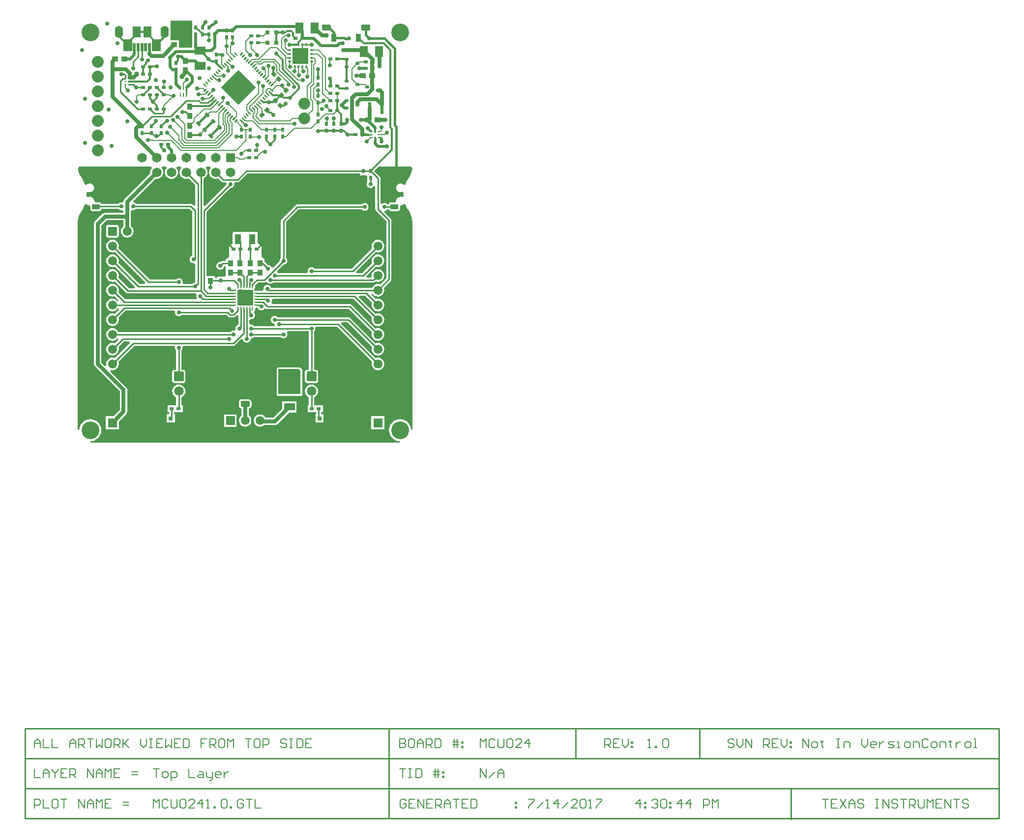
<source format=gtl>
G04 Layer_Physical_Order=1*
G04 Layer_Color=255*
%FSAX25Y25*%
%MOIN*%
G70*
G01*
G75*
%ADD10R,0.03937X0.03740*%
%ADD11R,0.03740X0.03937*%
G04:AMPARAMS|DCode=12|XSize=18.5mil|YSize=23.62mil|CornerRadius=1.94mil|HoleSize=0mil|Usage=FLASHONLY|Rotation=270.000|XOffset=0mil|YOffset=0mil|HoleType=Round|Shape=RoundedRectangle|*
%AMROUNDEDRECTD12*
21,1,0.01850,0.01974,0,0,270.0*
21,1,0.01462,0.02362,0,0,270.0*
1,1,0.00389,-0.00987,-0.00731*
1,1,0.00389,-0.00987,0.00731*
1,1,0.00389,0.00987,0.00731*
1,1,0.00389,0.00987,-0.00731*
%
%ADD12ROUNDEDRECTD12*%
%ADD13R,0.03150X0.02362*%
%ADD14R,0.02362X0.03150*%
G04:AMPARAMS|DCode=15|XSize=23.62mil|YSize=31.5mil|CornerRadius=0mil|HoleSize=0mil|Usage=FLASHONLY|Rotation=315.000|XOffset=0mil|YOffset=0mil|HoleType=Round|Shape=Rectangle|*
%AMROTATEDRECTD15*
4,1,4,-0.01949,-0.00278,0.00278,0.01949,0.01949,0.00278,-0.00278,-0.01949,-0.01949,-0.00278,0.0*
%
%ADD15ROTATEDRECTD15*%

G04:AMPARAMS|DCode=16|XSize=23.62mil|YSize=31.5mil|CornerRadius=0mil|HoleSize=0mil|Usage=FLASHONLY|Rotation=225.000|XOffset=0mil|YOffset=0mil|HoleType=Round|Shape=Rectangle|*
%AMROTATEDRECTD16*
4,1,4,-0.00278,0.01949,0.01949,-0.00278,0.00278,-0.01949,-0.01949,0.00278,-0.00278,0.01949,0.0*
%
%ADD16ROTATEDRECTD16*%

G04:AMPARAMS|DCode=17|XSize=70.87mil|YSize=55.12mil|CornerRadius=1.93mil|HoleSize=0mil|Usage=FLASHONLY|Rotation=90.000|XOffset=0mil|YOffset=0mil|HoleType=Round|Shape=RoundedRectangle|*
%AMROUNDEDRECTD17*
21,1,0.07087,0.05126,0,0,90.0*
21,1,0.06701,0.05512,0,0,90.0*
1,1,0.00386,0.02563,0.03350*
1,1,0.00386,0.02563,-0.03350*
1,1,0.00386,-0.02563,-0.03350*
1,1,0.00386,-0.02563,0.03350*
%
%ADD17ROUNDEDRECTD17*%
G04:AMPARAMS|DCode=18|XSize=70.87mil|YSize=55.12mil|CornerRadius=1.93mil|HoleSize=0mil|Usage=FLASHONLY|Rotation=0.000|XOffset=0mil|YOffset=0mil|HoleType=Round|Shape=RoundedRectangle|*
%AMROUNDEDRECTD18*
21,1,0.07087,0.05126,0,0,0.0*
21,1,0.06701,0.05512,0,0,0.0*
1,1,0.00386,0.03350,-0.02563*
1,1,0.00386,-0.03350,-0.02563*
1,1,0.00386,-0.03350,0.02563*
1,1,0.00386,0.03350,0.02563*
%
%ADD18ROUNDEDRECTD18*%
%ADD19R,0.03150X0.03150*%
G04:AMPARAMS|DCode=20|XSize=35.43mil|YSize=51.18mil|CornerRadius=1.95mil|HoleSize=0mil|Usage=FLASHONLY|Rotation=270.000|XOffset=0mil|YOffset=0mil|HoleType=Round|Shape=RoundedRectangle|*
%AMROUNDEDRECTD20*
21,1,0.03543,0.04728,0,0,270.0*
21,1,0.03154,0.05118,0,0,270.0*
1,1,0.00390,-0.02364,-0.01577*
1,1,0.00390,-0.02364,0.01577*
1,1,0.00390,0.02364,0.01577*
1,1,0.00390,0.02364,-0.01577*
%
%ADD20ROUNDEDRECTD20*%
G04:AMPARAMS|DCode=21|XSize=57.09mil|YSize=39.37mil|CornerRadius=1.97mil|HoleSize=0mil|Usage=FLASHONLY|Rotation=270.000|XOffset=0mil|YOffset=0mil|HoleType=Round|Shape=RoundedRectangle|*
%AMROUNDEDRECTD21*
21,1,0.05709,0.03543,0,0,270.0*
21,1,0.05315,0.03937,0,0,270.0*
1,1,0.00394,-0.01772,-0.02658*
1,1,0.00394,-0.01772,0.02658*
1,1,0.00394,0.01772,0.02658*
1,1,0.00394,0.01772,-0.02658*
%
%ADD21ROUNDEDRECTD21*%
G04:AMPARAMS|DCode=22|XSize=35.43mil|YSize=51.18mil|CornerRadius=1.95mil|HoleSize=0mil|Usage=FLASHONLY|Rotation=0.000|XOffset=0mil|YOffset=0mil|HoleType=Round|Shape=RoundedRectangle|*
%AMROUNDEDRECTD22*
21,1,0.03543,0.04728,0,0,0.0*
21,1,0.03154,0.05118,0,0,0.0*
1,1,0.00390,0.01577,-0.02364*
1,1,0.00390,-0.01577,-0.02364*
1,1,0.00390,-0.01577,0.02364*
1,1,0.00390,0.01577,0.02364*
%
%ADD22ROUNDEDRECTD22*%
G04:AMPARAMS|DCode=23|XSize=57.09mil|YSize=39.37mil|CornerRadius=1.97mil|HoleSize=0mil|Usage=FLASHONLY|Rotation=0.000|XOffset=0mil|YOffset=0mil|HoleType=Round|Shape=RoundedRectangle|*
%AMROUNDEDRECTD23*
21,1,0.05709,0.03543,0,0,0.0*
21,1,0.05315,0.03937,0,0,0.0*
1,1,0.00394,0.02658,-0.01772*
1,1,0.00394,-0.02658,-0.01772*
1,1,0.00394,-0.02658,0.01772*
1,1,0.00394,0.02658,0.01772*
%
%ADD23ROUNDEDRECTD23*%
%ADD24R,0.07284X0.05118*%
%ADD25R,0.02362X0.07874*%
%ADD26R,0.01378X0.00787*%
%ADD27R,0.01181X0.00787*%
%ADD28R,0.00984X0.02756*%
%ADD29R,0.00984X0.02598*%
%ADD30R,0.03937X0.07087*%
G04:AMPARAMS|DCode=31|XSize=58.07mil|YSize=82.68mil|CornerRadius=2.03mil|HoleSize=0mil|Usage=FLASHONLY|Rotation=0.000|XOffset=0mil|YOffset=0mil|HoleType=Round|Shape=RoundedRectangle|*
%AMROUNDEDRECTD31*
21,1,0.05807,0.07861,0,0,0.0*
21,1,0.05401,0.08268,0,0,0.0*
1,1,0.00407,0.02700,-0.03931*
1,1,0.00407,-0.02700,-0.03931*
1,1,0.00407,-0.02700,0.03931*
1,1,0.00407,0.02700,0.03931*
%
%ADD31ROUNDEDRECTD31*%
G04:AMPARAMS|DCode=32|XSize=54.13mil|YSize=74.8mil|CornerRadius=1.9mil|HoleSize=0mil|Usage=FLASHONLY|Rotation=0.000|XOffset=0mil|YOffset=0mil|HoleType=Round|Shape=RoundedRectangle|*
%AMROUNDEDRECTD32*
21,1,0.05413,0.07101,0,0,0.0*
21,1,0.05034,0.07480,0,0,0.0*
1,1,0.00379,0.02517,-0.03551*
1,1,0.00379,-0.02517,-0.03551*
1,1,0.00379,-0.02517,0.03551*
1,1,0.00379,0.02517,0.03551*
%
%ADD32ROUNDEDRECTD32*%
G04:AMPARAMS|DCode=33|XSize=17.72mil|YSize=54.33mil|CornerRadius=1.95mil|HoleSize=0mil|Usage=FLASHONLY|Rotation=0.000|XOffset=0mil|YOffset=0mil|HoleType=Round|Shape=RoundedRectangle|*
%AMROUNDEDRECTD33*
21,1,0.01772,0.05043,0,0,0.0*
21,1,0.01382,0.05433,0,0,0.0*
1,1,0.00390,0.00691,-0.02522*
1,1,0.00390,-0.00691,-0.02522*
1,1,0.00390,-0.00691,0.02522*
1,1,0.00390,0.00691,0.02522*
%
%ADD33ROUNDEDRECTD33*%
G04:AMPARAMS|DCode=34|XSize=102.36mil|YSize=15.75mil|CornerRadius=0mil|HoleSize=0mil|Usage=FLASHONLY|Rotation=45.000|XOffset=0mil|YOffset=0mil|HoleType=Round|Shape=Rectangle|*
%AMROTATEDRECTD34*
4,1,4,-0.03062,-0.04176,-0.04176,-0.03062,0.03062,0.04176,0.04176,0.03062,-0.03062,-0.04176,0.0*
%
%ADD34ROTATEDRECTD34*%

G04:AMPARAMS|DCode=35|XSize=167.32mil|YSize=167.32mil|CornerRadius=1.67mil|HoleSize=0mil|Usage=FLASHONLY|Rotation=135.000|XOffset=0mil|YOffset=0mil|HoleType=Round|Shape=RoundedRectangle|*
%AMROUNDEDRECTD35*
21,1,0.16732,0.16398,0,0,135.0*
21,1,0.16398,0.16732,0,0,135.0*
1,1,0.00335,0.00000,0.11595*
1,1,0.00335,0.11595,0.00000*
1,1,0.00335,0.00000,-0.11595*
1,1,0.00335,-0.11595,0.00000*
%
%ADD35ROUNDEDRECTD35*%
G04:AMPARAMS|DCode=36|XSize=9.45mil|YSize=23.62mil|CornerRadius=1.98mil|HoleSize=0mil|Usage=FLASHONLY|Rotation=315.000|XOffset=0mil|YOffset=0mil|HoleType=Round|Shape=RoundedRectangle|*
%AMROUNDEDRECTD36*
21,1,0.00945,0.01965,0,0,315.0*
21,1,0.00548,0.02362,0,0,315.0*
1,1,0.00397,-0.00501,-0.00889*
1,1,0.00397,-0.00889,-0.00501*
1,1,0.00397,0.00501,0.00889*
1,1,0.00397,0.00889,0.00501*
%
%ADD36ROUNDEDRECTD36*%
G04:AMPARAMS|DCode=37|XSize=9.45mil|YSize=23.62mil|CornerRadius=1.98mil|HoleSize=0mil|Usage=FLASHONLY|Rotation=45.000|XOffset=0mil|YOffset=0mil|HoleType=Round|Shape=RoundedRectangle|*
%AMROUNDEDRECTD37*
21,1,0.00945,0.01965,0,0,45.0*
21,1,0.00548,0.02362,0,0,45.0*
1,1,0.00397,0.00889,-0.00501*
1,1,0.00397,0.00501,-0.00889*
1,1,0.00397,-0.00889,0.00501*
1,1,0.00397,-0.00501,0.00889*
%
%ADD37ROUNDEDRECTD37*%
G04:AMPARAMS|DCode=38|XSize=9.45mil|YSize=23.62mil|CornerRadius=1.98mil|HoleSize=0mil|Usage=FLASHONLY|Rotation=90.000|XOffset=0mil|YOffset=0mil|HoleType=Round|Shape=RoundedRectangle|*
%AMROUNDEDRECTD38*
21,1,0.00945,0.01965,0,0,90.0*
21,1,0.00548,0.02362,0,0,90.0*
1,1,0.00397,0.00983,0.00274*
1,1,0.00397,0.00983,-0.00274*
1,1,0.00397,-0.00983,-0.00274*
1,1,0.00397,-0.00983,0.00274*
%
%ADD38ROUNDEDRECTD38*%
G04:AMPARAMS|DCode=39|XSize=9.45mil|YSize=23.62mil|CornerRadius=1.98mil|HoleSize=0mil|Usage=FLASHONLY|Rotation=0.000|XOffset=0mil|YOffset=0mil|HoleType=Round|Shape=RoundedRectangle|*
%AMROUNDEDRECTD39*
21,1,0.00945,0.01965,0,0,0.0*
21,1,0.00548,0.02362,0,0,0.0*
1,1,0.00397,0.00274,-0.00983*
1,1,0.00397,-0.00274,-0.00983*
1,1,0.00397,-0.00274,0.00983*
1,1,0.00397,0.00274,0.00983*
%
%ADD39ROUNDEDRECTD39*%
G04:AMPARAMS|DCode=40|XSize=106.3mil|YSize=106.3mil|CornerRadius=2.13mil|HoleSize=0mil|Usage=FLASHONLY|Rotation=0.000|XOffset=0mil|YOffset=0mil|HoleType=Round|Shape=RoundedRectangle|*
%AMROUNDEDRECTD40*
21,1,0.10630,0.10205,0,0,0.0*
21,1,0.10205,0.10630,0,0,0.0*
1,1,0.00425,0.05102,-0.05102*
1,1,0.00425,-0.05102,-0.05102*
1,1,0.00425,-0.05102,0.05102*
1,1,0.00425,0.05102,0.05102*
%
%ADD40ROUNDEDRECTD40*%
%ADD41O,0.02362X0.01181*%
%ADD42O,0.01181X0.02362*%
%ADD43R,0.10630X0.10630*%
G04:AMPARAMS|DCode=44|XSize=9.84mil|YSize=21.65mil|CornerRadius=1.97mil|HoleSize=0mil|Usage=FLASHONLY|Rotation=90.000|XOffset=0mil|YOffset=0mil|HoleType=Round|Shape=RoundedRectangle|*
%AMROUNDEDRECTD44*
21,1,0.00984,0.01772,0,0,90.0*
21,1,0.00591,0.02165,0,0,90.0*
1,1,0.00394,0.00886,0.00295*
1,1,0.00394,0.00886,-0.00295*
1,1,0.00394,-0.00886,-0.00295*
1,1,0.00394,-0.00886,0.00295*
%
%ADD44ROUNDEDRECTD44*%
G04:AMPARAMS|DCode=45|XSize=7.87mil|YSize=21.65mil|CornerRadius=1.97mil|HoleSize=0mil|Usage=FLASHONLY|Rotation=90.000|XOffset=0mil|YOffset=0mil|HoleType=Round|Shape=RoundedRectangle|*
%AMROUNDEDRECTD45*
21,1,0.00787,0.01772,0,0,90.0*
21,1,0.00394,0.02165,0,0,90.0*
1,1,0.00394,0.00886,0.00197*
1,1,0.00394,0.00886,-0.00197*
1,1,0.00394,-0.00886,-0.00197*
1,1,0.00394,-0.00886,0.00197*
%
%ADD45ROUNDEDRECTD45*%
G04:AMPARAMS|DCode=46|XSize=11.81mil|YSize=23.62mil|CornerRadius=1.95mil|HoleSize=0mil|Usage=FLASHONLY|Rotation=0.000|XOffset=0mil|YOffset=0mil|HoleType=Round|Shape=RoundedRectangle|*
%AMROUNDEDRECTD46*
21,1,0.01181,0.01972,0,0,0.0*
21,1,0.00791,0.02362,0,0,0.0*
1,1,0.00390,0.00396,-0.00986*
1,1,0.00390,-0.00396,-0.00986*
1,1,0.00390,-0.00396,0.00986*
1,1,0.00390,0.00396,0.00986*
%
%ADD46ROUNDEDRECTD46*%
%ADD47C,0.02500*%
%ADD48C,0.01000*%
%ADD49C,0.00800*%
%ADD50C,0.01200*%
%ADD51C,0.02000*%
%ADD52C,0.01500*%
%ADD53C,0.01800*%
%ADD54C,0.01750*%
G04:AMPARAMS|DCode=55|XSize=39.37mil|YSize=62.99mil|CornerRadius=9.84mil|HoleSize=0mil|Usage=FLASHONLY|Rotation=90.000|XOffset=0mil|YOffset=0mil|HoleType=Round|Shape=RoundedRectangle|*
%AMROUNDEDRECTD55*
21,1,0.03937,0.04331,0,0,90.0*
21,1,0.01969,0.06299,0,0,90.0*
1,1,0.01969,0.02165,0.00984*
1,1,0.01969,0.02165,-0.00984*
1,1,0.01969,-0.02165,-0.00984*
1,1,0.01969,-0.02165,0.00984*
%
%ADD55ROUNDEDRECTD55*%
%ADD56O,0.06299X0.03937*%
%ADD57C,0.12000*%
%ADD58C,0.08000*%
G04:AMPARAMS|DCode=59|XSize=64.96mil|YSize=64.96mil|CornerRadius=1.95mil|HoleSize=0mil|Usage=FLASHONLY|Rotation=270.000|XOffset=0mil|YOffset=0mil|HoleType=Round|Shape=RoundedRectangle|*
%AMROUNDEDRECTD59*
21,1,0.06496,0.06106,0,0,270.0*
21,1,0.06106,0.06496,0,0,270.0*
1,1,0.00390,-0.03053,-0.03053*
1,1,0.00390,-0.03053,0.03053*
1,1,0.00390,0.03053,0.03053*
1,1,0.00390,0.03053,-0.03053*
%
%ADD59ROUNDEDRECTD59*%
%ADD60C,0.06496*%
%ADD61C,0.06102*%
G04:AMPARAMS|DCode=62|XSize=61.02mil|YSize=61.02mil|CornerRadius=1.83mil|HoleSize=0mil|Usage=FLASHONLY|Rotation=270.000|XOffset=0mil|YOffset=0mil|HoleType=Round|Shape=RoundedRectangle|*
%AMROUNDEDRECTD62*
21,1,0.06102,0.05736,0,0,270.0*
21,1,0.05736,0.06102,0,0,270.0*
1,1,0.00366,-0.02868,-0.02868*
1,1,0.00366,-0.02868,0.02868*
1,1,0.00366,0.02868,0.02868*
1,1,0.00366,0.02868,-0.02868*
%
%ADD62ROUNDEDRECTD62*%
%ADD63R,0.05906X0.05906*%
%ADD64C,0.05906*%
G04:AMPARAMS|DCode=65|XSize=82.68mil|YSize=55.12mil|CornerRadius=27.56mil|HoleSize=0mil|Usage=FLASHONLY|Rotation=270.000|XOffset=0mil|YOffset=0mil|HoleType=Round|Shape=RoundedRectangle|*
%AMROUNDEDRECTD65*
21,1,0.08268,0.00000,0,0,270.0*
21,1,0.02756,0.05512,0,0,270.0*
1,1,0.05512,0.00000,-0.01378*
1,1,0.05512,0.00000,0.01378*
1,1,0.05512,0.00000,0.01378*
1,1,0.05512,0.00000,-0.01378*
%
%ADD65ROUNDEDRECTD65*%
%ADD66R,0.06496X0.06496*%
%ADD67C,0.02800*%
%ADD68C,0.03200*%
%ADD69C,0.03400*%
%ADD70C,0.01969*%
G36*
X0266819Y0476487D02*
X0271581D01*
X0271819Y0475586D01*
Y0471763D01*
X0271819Y0471763D01*
X0271667Y0471079D01*
X0271578Y0470400D01*
X0271667Y0469721D01*
X0271929Y0469089D01*
X0272346Y0468546D01*
X0272889Y0468129D01*
X0273521Y0467867D01*
X0274200Y0467778D01*
X0274879Y0467867D01*
X0275511Y0468129D01*
X0276054Y0468546D01*
X0276471Y0469089D01*
X0277467Y0468879D01*
Y0453400D01*
X0277599Y0452737D01*
X0277974Y0452174D01*
X0284967Y0445182D01*
Y0406618D01*
X0280720Y0402372D01*
X0280310Y0402542D01*
X0279200Y0402688D01*
X0278090Y0402542D01*
X0277056Y0402113D01*
X0276168Y0401432D01*
X0275487Y0400544D01*
X0275317Y0400133D01*
X0206711D01*
X0206471Y0400711D01*
X0206054Y0401254D01*
X0205511Y0401671D01*
X0204879Y0401933D01*
X0204200Y0402022D01*
X0203521Y0401933D01*
X0202889Y0401671D01*
X0202346Y0401254D01*
X0201929Y0400711D01*
X0201667Y0400079D01*
X0201578Y0399400D01*
X0201619Y0399086D01*
X0201089Y0398273D01*
X0200848Y0398086D01*
X0196680D01*
X0196512Y0398053D01*
X0195951D01*
X0195584Y0398613D01*
X0195499Y0399033D01*
X0195713Y0399352D01*
X0195821Y0399898D01*
Y0400712D01*
X0195855Y0400880D01*
Y0401603D01*
X0197918Y0403667D01*
X0202200D01*
X0202863Y0403799D01*
X0202944Y0403853D01*
X0203660Y0404024D01*
X0204287Y0403622D01*
X0204346Y0403546D01*
X0204889Y0403129D01*
X0205521Y0402867D01*
X0206200Y0402778D01*
X0206879Y0402867D01*
X0207511Y0403129D01*
X0208054Y0403546D01*
X0208147Y0403667D01*
X0276200D01*
X0276863Y0403799D01*
X0277426Y0404174D01*
X0277680Y0404428D01*
X0278090Y0404258D01*
X0279200Y0404112D01*
X0280310Y0404258D01*
X0281344Y0404687D01*
X0282232Y0405368D01*
X0282913Y0406256D01*
X0283342Y0407290D01*
X0283488Y0408400D01*
X0283342Y0409510D01*
X0282913Y0410544D01*
X0282232Y0411432D01*
X0281344Y0412113D01*
X0280310Y0412542D01*
X0279200Y0412688D01*
X0278090Y0412542D01*
X0277056Y0412113D01*
X0276168Y0411432D01*
X0275487Y0410544D01*
X0275058Y0409510D01*
X0274912Y0408400D01*
X0274947Y0408133D01*
X0274082Y0407133D01*
X0271799D01*
X0271385Y0408133D01*
X0277680Y0414428D01*
X0278090Y0414258D01*
X0279200Y0414112D01*
X0280310Y0414258D01*
X0281344Y0414687D01*
X0282232Y0415368D01*
X0282913Y0416256D01*
X0283342Y0417290D01*
X0283488Y0418400D01*
X0283342Y0419510D01*
X0282913Y0420544D01*
X0282232Y0421432D01*
X0281344Y0422113D01*
X0280310Y0422542D01*
X0279200Y0422688D01*
X0278090Y0422542D01*
X0277056Y0422113D01*
X0276168Y0421432D01*
X0275487Y0420544D01*
X0275058Y0419510D01*
X0274912Y0418400D01*
X0275058Y0417290D01*
X0275228Y0416880D01*
X0268482Y0410133D01*
X0264799D01*
X0264385Y0411133D01*
X0277680Y0424428D01*
X0278090Y0424258D01*
X0279200Y0424112D01*
X0280310Y0424258D01*
X0281344Y0424687D01*
X0282232Y0425368D01*
X0282913Y0426256D01*
X0283342Y0427290D01*
X0283488Y0428400D01*
X0283342Y0429510D01*
X0282913Y0430544D01*
X0282232Y0431432D01*
X0281344Y0432113D01*
X0280310Y0432542D01*
X0279200Y0432688D01*
X0278090Y0432542D01*
X0277056Y0432113D01*
X0276168Y0431432D01*
X0275487Y0430544D01*
X0275058Y0429510D01*
X0274912Y0428400D01*
X0275058Y0427290D01*
X0275228Y0426880D01*
X0261482Y0413133D01*
X0236147D01*
X0236054Y0413254D01*
X0235511Y0413671D01*
X0234879Y0413933D01*
X0234200Y0414022D01*
X0233521Y0413933D01*
X0232889Y0413671D01*
X0232346Y0413254D01*
X0231929Y0412711D01*
X0231667Y0412079D01*
X0231578Y0411400D01*
X0231613Y0411133D01*
X0230940Y0410133D01*
X0211147D01*
X0211054Y0410254D01*
X0210978Y0410313D01*
X0210801Y0411550D01*
X0215049Y0415798D01*
X0215200Y0415778D01*
X0215879Y0415867D01*
X0216511Y0416129D01*
X0217054Y0416546D01*
X0217471Y0417089D01*
X0217733Y0417721D01*
X0217822Y0418400D01*
X0217733Y0419079D01*
X0217471Y0419711D01*
X0217054Y0420254D01*
X0216933Y0420347D01*
Y0444682D01*
X0225418Y0453167D01*
X0268253D01*
X0268346Y0453046D01*
X0268889Y0452629D01*
X0269521Y0452367D01*
X0270200Y0452278D01*
X0270879Y0452367D01*
X0271511Y0452629D01*
X0272054Y0453046D01*
X0272471Y0453589D01*
X0272733Y0454221D01*
X0272822Y0454900D01*
X0272733Y0455579D01*
X0272471Y0456211D01*
X0272054Y0456754D01*
X0271511Y0457171D01*
X0270879Y0457433D01*
X0270200Y0457522D01*
X0269521Y0457433D01*
X0268889Y0457171D01*
X0268346Y0456754D01*
X0268253Y0456633D01*
X0224700D01*
X0224037Y0456501D01*
X0223474Y0456126D01*
X0213974Y0446626D01*
X0213599Y0446063D01*
X0213467Y0445400D01*
Y0420347D01*
X0213346Y0420254D01*
X0212929Y0419711D01*
X0212667Y0419079D01*
X0212578Y0418400D01*
X0212597Y0418249D01*
X0208157Y0413808D01*
X0207022Y0414088D01*
X0206971Y0414211D01*
X0206554Y0414754D01*
X0206011Y0415171D01*
X0205379Y0415433D01*
X0204700Y0415522D01*
X0204549Y0415503D01*
X0202276Y0417775D01*
X0202270Y0417779D01*
Y0419718D01*
X0201882D01*
X0200200Y0421400D01*
X0200200Y0427900D01*
X0197700Y0430400D01*
Y0437107D01*
X0197700Y0437400D01*
X0197200Y0437900D01*
X0196907Y0437900D01*
X0181493Y0437900D01*
X0181200Y0437900D01*
X0180700Y0437400D01*
X0180700Y0437107D01*
X0180700Y0430400D01*
X0178200Y0427900D01*
X0178200Y0421400D01*
X0176518Y0419718D01*
X0176130D01*
Y0418283D01*
X0173850D01*
X0173186Y0418151D01*
X0172624Y0417775D01*
X0172351Y0417502D01*
X0172200Y0417522D01*
X0171521Y0417433D01*
X0170889Y0417171D01*
X0170346Y0416754D01*
X0169929Y0416211D01*
X0169667Y0415579D01*
X0169578Y0414900D01*
X0169667Y0414221D01*
X0169929Y0413589D01*
X0170346Y0413046D01*
X0170889Y0412629D01*
X0171521Y0412367D01*
X0172200Y0412278D01*
X0172879Y0412367D01*
X0173511Y0412629D01*
X0174054Y0413046D01*
X0174471Y0413589D01*
X0174733Y0414221D01*
X0174811Y0414816D01*
X0176130D01*
Y0413381D01*
Y0408188D01*
X0175148Y0407617D01*
X0175130Y0407617D01*
X0175081Y0407646D01*
Y0407813D01*
X0170319D01*
Y0406771D01*
X0168770D01*
Y0407919D01*
X0162933D01*
Y0451682D01*
X0179049Y0467798D01*
X0179200Y0467778D01*
X0179879Y0467867D01*
X0180511Y0468129D01*
X0181054Y0468546D01*
X0181471Y0469089D01*
X0181733Y0469721D01*
X0181822Y0470400D01*
X0181787Y0470667D01*
X0182460Y0471667D01*
X0184200D01*
X0184863Y0471799D01*
X0185426Y0472174D01*
X0190780Y0477529D01*
X0266819D01*
Y0476487D01*
D02*
G37*
G36*
X0125719Y0482025D02*
X0125895Y0481400D01*
X0125315Y0480643D01*
X0124866Y0479561D01*
X0124714Y0478400D01*
X0124825Y0477557D01*
X0107434Y0460166D01*
X0106892Y0459356D01*
X0106752Y0458654D01*
X0106146Y0458153D01*
X0105702Y0457956D01*
X0105200Y0458022D01*
X0104521Y0457933D01*
X0103889Y0457671D01*
X0103346Y0457254D01*
X0103253Y0457133D01*
X0091658D01*
X0091634Y0457253D01*
X0091326Y0457715D01*
X0090864Y0458023D01*
X0090320Y0458131D01*
X0087469D01*
X0086819Y0458873D01*
X0086717Y0459648D01*
X0086418Y0460371D01*
X0085941Y0460992D01*
X0085321Y0461468D01*
X0084598Y0461768D01*
X0083822Y0461870D01*
X0083046Y0461768D01*
X0082638Y0461598D01*
X0082224Y0461708D01*
X0082165Y0461748D01*
X0081939Y0461928D01*
X0081681Y0462236D01*
X0081681Y0464564D01*
X0081939Y0464873D01*
X0082165Y0465052D01*
X0082224Y0465092D01*
X0082638Y0465202D01*
X0083046Y0465032D01*
X0083822Y0464930D01*
X0084598Y0465032D01*
X0085321Y0465332D01*
X0085941Y0465808D01*
X0086418Y0466429D01*
X0086717Y0467152D01*
X0086819Y0467928D01*
X0086717Y0468703D01*
X0086418Y0469426D01*
X0085941Y0470047D01*
X0085321Y0470523D01*
X0084598Y0470823D01*
X0083822Y0470925D01*
X0083046Y0470823D01*
X0082323Y0470523D01*
X0081703Y0470047D01*
X0081626Y0469947D01*
X0080521Y0470150D01*
X0080473Y0470312D01*
X0080420Y0470412D01*
X0080393Y0470520D01*
X0079273Y0472917D01*
X0079224Y0472985D01*
X0079194Y0473064D01*
X0078507Y0474195D01*
X0078487Y0474216D01*
X0078477Y0474242D01*
X0077808Y0475256D01*
X0076780Y0477456D01*
X0076082Y0479782D01*
X0075845Y0481400D01*
X0076677Y0482400D01*
X0125463D01*
X0125719Y0482025D01*
D02*
G37*
G36*
X0145719D02*
X0145895Y0481400D01*
X0145315Y0480643D01*
X0144867Y0479561D01*
X0144714Y0478400D01*
X0144867Y0477239D01*
X0145315Y0476157D01*
X0146028Y0475228D01*
X0146957Y0474515D01*
X0148039Y0474066D01*
X0149200Y0473914D01*
X0150361Y0474066D01*
X0150871Y0474278D01*
X0155467Y0469682D01*
Y0455891D01*
X0154543Y0455508D01*
X0153426Y0456626D01*
X0152863Y0457001D01*
X0152200Y0457133D01*
X0115147D01*
X0115054Y0457254D01*
X0114511Y0457671D01*
X0113879Y0457933D01*
X0113703Y0457956D01*
X0113345Y0459012D01*
X0128357Y0474024D01*
X0129200Y0473914D01*
X0130361Y0474066D01*
X0131443Y0474515D01*
X0132372Y0475228D01*
X0133085Y0476157D01*
X0133534Y0477239D01*
X0133686Y0478400D01*
X0133534Y0479561D01*
X0133085Y0480643D01*
X0132505Y0481400D01*
X0132681Y0482025D01*
X0132937Y0482400D01*
X0135464D01*
X0135719Y0482025D01*
X0135895Y0481400D01*
X0135315Y0480643D01*
X0134866Y0479561D01*
X0134714Y0478400D01*
X0134866Y0477239D01*
X0135315Y0476157D01*
X0136028Y0475228D01*
X0136957Y0474515D01*
X0138039Y0474066D01*
X0139200Y0473914D01*
X0140361Y0474066D01*
X0141443Y0474515D01*
X0142372Y0475228D01*
X0143085Y0476157D01*
X0143534Y0477239D01*
X0143686Y0478400D01*
X0143534Y0479561D01*
X0143085Y0480643D01*
X0142505Y0481400D01*
X0142681Y0482025D01*
X0142937Y0482400D01*
X0145464D01*
X0145719Y0482025D01*
D02*
G37*
G36*
X0302555Y0481400D02*
X0302318Y0479782D01*
X0301620Y0477456D01*
X0300592Y0475256D01*
X0299923Y0474242D01*
X0299913Y0474216D01*
X0299893Y0474195D01*
X0299206Y0473064D01*
X0299177Y0472985D01*
X0299127Y0472917D01*
X0298007Y0470521D01*
X0297980Y0470412D01*
X0297927Y0470313D01*
X0297879Y0470150D01*
X0296774Y0469947D01*
X0296697Y0470047D01*
X0296077Y0470523D01*
X0295354Y0470823D01*
X0294578Y0470925D01*
X0293802Y0470823D01*
X0293079Y0470523D01*
X0292459Y0470047D01*
X0291982Y0469426D01*
X0291683Y0468703D01*
X0291581Y0467928D01*
X0291683Y0467152D01*
X0291982Y0466429D01*
X0292459Y0465808D01*
X0293079Y0465332D01*
X0293802Y0465032D01*
X0294578Y0464930D01*
X0295354Y0465032D01*
X0295762Y0465202D01*
X0296176Y0465092D01*
X0296234Y0465052D01*
X0296461Y0464873D01*
X0296719Y0464564D01*
X0296719Y0462236D01*
X0296461Y0461928D01*
X0296235Y0461748D01*
X0296176Y0461708D01*
X0295762Y0461598D01*
X0295354Y0461768D01*
X0294578Y0461870D01*
X0293802Y0461768D01*
X0293079Y0461468D01*
X0292459Y0460992D01*
X0291982Y0460371D01*
X0291683Y0459648D01*
X0291581Y0458873D01*
X0290931Y0458131D01*
X0288080D01*
X0287536Y0458023D01*
X0287074Y0457715D01*
X0286766Y0457253D01*
X0286658Y0456709D01*
Y0456633D01*
X0285647D01*
X0285554Y0456754D01*
X0285011Y0457171D01*
X0284379Y0457433D01*
X0283700Y0457522D01*
X0283021Y0457433D01*
X0282389Y0457171D01*
X0281933Y0456822D01*
X0281560Y0456896D01*
X0280933Y0457208D01*
Y0474262D01*
X0280801Y0474926D01*
X0280426Y0475488D01*
X0276723Y0479190D01*
X0279933Y0482400D01*
X0301723D01*
X0302555Y0481400D01*
D02*
G37*
G36*
X0186803Y0399085D02*
X0186934Y0398889D01*
X0187396Y0398580D01*
X0187942Y0398472D01*
X0188490D01*
X0189035Y0398580D01*
X0189200Y0398690D01*
X0189365Y0398580D01*
X0189910Y0398472D01*
X0190458D01*
X0191004Y0398580D01*
X0191168Y0398690D01*
X0191333Y0398580D01*
X0191879Y0398472D01*
X0192427D01*
X0192972Y0398580D01*
X0193137Y0398690D01*
X0193302Y0398580D01*
X0193847Y0398472D01*
X0194142D01*
X0194509Y0397911D01*
X0194594Y0397492D01*
X0194380Y0397172D01*
X0194272Y0396627D01*
Y0396079D01*
X0194380Y0395533D01*
X0194490Y0395369D01*
X0194380Y0395204D01*
X0194272Y0394658D01*
Y0394110D01*
X0194380Y0393565D01*
X0194490Y0393400D01*
X0194380Y0393235D01*
X0194272Y0392690D01*
Y0392142D01*
X0194380Y0391596D01*
X0194490Y0391431D01*
X0194380Y0391267D01*
X0194272Y0390721D01*
Y0390173D01*
X0194380Y0389628D01*
X0194490Y0389463D01*
X0194380Y0389298D01*
X0194272Y0388753D01*
Y0388328D01*
X0193847D01*
X0193302Y0388220D01*
X0193137Y0388110D01*
X0192972Y0388220D01*
X0192427Y0388328D01*
X0191879D01*
X0191333Y0388220D01*
X0191168Y0388110D01*
X0191004Y0388220D01*
X0190458Y0388328D01*
X0189910D01*
X0189365Y0388220D01*
X0189200Y0388110D01*
X0189035Y0388220D01*
X0188490Y0388328D01*
X0187942D01*
X0187396Y0388220D01*
X0187232Y0388110D01*
X0187067Y0388220D01*
X0186521Y0388328D01*
X0185973D01*
X0185428Y0388220D01*
X0185263Y0388110D01*
X0185098Y0388220D01*
X0184553Y0388328D01*
X0184128D01*
Y0388753D01*
X0184020Y0389298D01*
X0183910Y0389463D01*
X0184020Y0389628D01*
X0184128Y0390173D01*
Y0390721D01*
X0184020Y0391267D01*
X0183910Y0391431D01*
X0184020Y0391596D01*
X0184128Y0392142D01*
Y0392690D01*
X0184020Y0393235D01*
X0183910Y0393400D01*
X0184020Y0393565D01*
X0184128Y0394110D01*
Y0394658D01*
X0184020Y0395204D01*
X0183910Y0395369D01*
X0184020Y0395533D01*
X0184128Y0396079D01*
Y0396627D01*
X0184020Y0397172D01*
X0183910Y0397337D01*
X0184020Y0397502D01*
X0184128Y0398047D01*
Y0398472D01*
X0184553D01*
X0185098Y0398580D01*
X0185561Y0398889D01*
X0185692Y0399085D01*
X0185869Y0399136D01*
X0186626D01*
X0186803Y0399085D01*
D02*
G37*
G36*
X0081703Y0456753D02*
X0082323Y0456277D01*
X0083046Y0455977D01*
X0083822Y0455875D01*
X0084170Y0455570D01*
Y0453555D01*
X0084278Y0453011D01*
X0084586Y0452550D01*
X0085048Y0452242D01*
X0085592Y0452133D01*
X0090320D01*
X0090864Y0452242D01*
X0091326Y0452550D01*
X0091634Y0453011D01*
X0091742Y0453555D01*
Y0453667D01*
X0103253D01*
X0103346Y0453546D01*
X0103889Y0453129D01*
X0104521Y0452867D01*
X0105200Y0452778D01*
X0105702Y0452844D01*
X0106130Y0452641D01*
X0106702Y0452126D01*
Y0450898D01*
X0094200D01*
X0093244Y0450708D01*
X0092434Y0450166D01*
X0087434Y0445166D01*
X0086892Y0444356D01*
X0086702Y0443400D01*
Y0348400D01*
X0086892Y0347444D01*
X0087434Y0346634D01*
X0104202Y0329865D01*
Y0316935D01*
X0100115Y0312848D01*
X0094752D01*
Y0303952D01*
X0103648D01*
Y0309315D01*
X0108466Y0314134D01*
X0109008Y0314944D01*
X0109198Y0315900D01*
Y0330900D01*
X0109008Y0331856D01*
X0108466Y0332666D01*
X0097798Y0343334D01*
X0097883Y0343604D01*
X0098319Y0344228D01*
X0099200Y0344112D01*
X0100310Y0344258D01*
X0101344Y0344687D01*
X0102232Y0345368D01*
X0102913Y0346256D01*
X0103342Y0347290D01*
X0103488Y0348400D01*
X0103342Y0349510D01*
X0103172Y0349920D01*
X0113918Y0360667D01*
X0140940D01*
X0141613Y0359667D01*
X0141578Y0359400D01*
X0141667Y0358721D01*
X0141929Y0358089D01*
X0142346Y0357546D01*
X0142467Y0357453D01*
Y0344389D01*
X0141147D01*
X0140603Y0344281D01*
X0140141Y0343972D01*
X0139833Y0343511D01*
X0139725Y0342967D01*
Y0336860D01*
X0139833Y0336316D01*
X0140141Y0335855D01*
X0140603Y0335546D01*
X0141147Y0335438D01*
X0147253D01*
X0147797Y0335546D01*
X0148259Y0335855D01*
X0148567Y0336316D01*
X0148675Y0336860D01*
Y0342967D01*
X0148567Y0343511D01*
X0148259Y0343972D01*
X0147797Y0344281D01*
X0147253Y0344389D01*
X0145933D01*
Y0357453D01*
X0146054Y0357546D01*
X0146471Y0358089D01*
X0146733Y0358721D01*
X0146822Y0359400D01*
X0146787Y0359667D01*
X0147460Y0360667D01*
X0181200D01*
X0181863Y0360799D01*
X0182426Y0361174D01*
X0186610Y0365359D01*
X0187634Y0364969D01*
X0187667Y0364721D01*
X0187929Y0364089D01*
X0188346Y0363546D01*
X0188889Y0363129D01*
X0189521Y0362867D01*
X0190200Y0362778D01*
X0190879Y0362867D01*
X0191511Y0363129D01*
X0192054Y0363546D01*
X0192471Y0364089D01*
X0192733Y0364721D01*
X0192822Y0365400D01*
X0193200Y0365778D01*
X0193879Y0365867D01*
X0194511Y0366129D01*
X0195054Y0366546D01*
X0195147Y0366667D01*
X0213253D01*
X0213346Y0366546D01*
X0213889Y0366129D01*
X0214521Y0365867D01*
X0215200Y0365778D01*
X0215879Y0365867D01*
X0216511Y0366129D01*
X0217054Y0366546D01*
X0217471Y0367089D01*
X0217733Y0367721D01*
X0217822Y0368400D01*
X0217733Y0369079D01*
X0217471Y0369711D01*
X0217998Y0370667D01*
X0232253D01*
X0232346Y0370546D01*
X0232467Y0370453D01*
Y0344375D01*
X0231147D01*
X0230603Y0344267D01*
X0230141Y0343959D01*
X0229833Y0343497D01*
X0229725Y0342953D01*
Y0336847D01*
X0229833Y0336303D01*
X0230141Y0335841D01*
X0230603Y0335533D01*
X0231147Y0335425D01*
X0237253D01*
X0237797Y0335533D01*
X0238259Y0335841D01*
X0238567Y0336303D01*
X0238675Y0336847D01*
Y0342953D01*
X0238567Y0343497D01*
X0238259Y0343959D01*
X0237797Y0344267D01*
X0237253Y0344375D01*
X0235933D01*
Y0370453D01*
X0236054Y0370546D01*
X0236471Y0371089D01*
X0236733Y0371721D01*
X0236822Y0372400D01*
X0236787Y0372667D01*
X0237460Y0373667D01*
X0251482D01*
X0275228Y0349920D01*
X0275058Y0349510D01*
X0274912Y0348400D01*
X0275058Y0347290D01*
X0275487Y0346256D01*
X0276168Y0345368D01*
X0277056Y0344687D01*
X0278090Y0344258D01*
X0279200Y0344112D01*
X0280310Y0344258D01*
X0281344Y0344687D01*
X0282232Y0345368D01*
X0282913Y0346256D01*
X0283342Y0347290D01*
X0283488Y0348400D01*
X0283342Y0349510D01*
X0282913Y0350544D01*
X0282232Y0351432D01*
X0281344Y0352113D01*
X0280310Y0352542D01*
X0279200Y0352688D01*
X0278090Y0352542D01*
X0277680Y0352372D01*
X0254385Y0375667D01*
X0254799Y0376667D01*
X0258482D01*
X0275228Y0359920D01*
X0275058Y0359510D01*
X0274912Y0358400D01*
X0275058Y0357290D01*
X0275487Y0356256D01*
X0276168Y0355368D01*
X0277056Y0354687D01*
X0278090Y0354258D01*
X0279200Y0354112D01*
X0280310Y0354258D01*
X0281344Y0354687D01*
X0282232Y0355368D01*
X0282913Y0356256D01*
X0283342Y0357290D01*
X0283488Y0358400D01*
X0283342Y0359510D01*
X0282913Y0360544D01*
X0282232Y0361432D01*
X0281344Y0362113D01*
X0280310Y0362542D01*
X0279200Y0362688D01*
X0278090Y0362542D01*
X0277680Y0362372D01*
X0260426Y0379626D01*
X0259863Y0380001D01*
X0259200Y0380133D01*
X0211147D01*
X0211054Y0380254D01*
X0210511Y0380671D01*
X0209879Y0380933D01*
X0209200Y0381022D01*
X0208521Y0380933D01*
X0207889Y0380671D01*
X0207346Y0380254D01*
X0206929Y0379711D01*
X0206667Y0379079D01*
X0206578Y0378400D01*
X0206667Y0377721D01*
X0206929Y0377089D01*
X0207346Y0376546D01*
X0207889Y0376129D01*
X0208521Y0375867D01*
X0208960Y0375809D01*
X0209423Y0374933D01*
X0208909Y0374133D01*
X0195147D01*
X0195054Y0374254D01*
X0194511Y0374671D01*
X0193879Y0374933D01*
X0193200Y0375022D01*
X0192933Y0374987D01*
X0191933Y0375660D01*
Y0378140D01*
X0192933Y0378813D01*
X0193200Y0378778D01*
X0193879Y0378867D01*
X0194511Y0379129D01*
X0195054Y0379546D01*
X0195471Y0380089D01*
X0195733Y0380721D01*
X0195822Y0381400D01*
X0195733Y0382079D01*
X0195471Y0382711D01*
X0195423Y0382774D01*
X0195404Y0383929D01*
X0195713Y0384391D01*
X0195821Y0384937D01*
Y0386129D01*
X0196680Y0386746D01*
X0197664D01*
X0197667Y0386721D01*
X0197929Y0386089D01*
X0198346Y0385546D01*
X0198889Y0385129D01*
X0199521Y0384867D01*
X0200200Y0384778D01*
X0200879Y0384867D01*
X0201511Y0385129D01*
X0202054Y0385546D01*
X0202113Y0385622D01*
X0202740Y0386024D01*
X0203456Y0385853D01*
X0203537Y0385799D01*
X0204200Y0385667D01*
X0259482D01*
X0275228Y0369920D01*
X0275058Y0369510D01*
X0274912Y0368400D01*
X0275058Y0367290D01*
X0275487Y0366256D01*
X0276168Y0365368D01*
X0277056Y0364687D01*
X0278090Y0364258D01*
X0279200Y0364112D01*
X0280310Y0364258D01*
X0281344Y0364687D01*
X0282232Y0365368D01*
X0282913Y0366256D01*
X0283342Y0367290D01*
X0283488Y0368400D01*
X0283342Y0369510D01*
X0282913Y0370544D01*
X0282232Y0371432D01*
X0281344Y0372113D01*
X0280310Y0372542D01*
X0279200Y0372688D01*
X0278090Y0372542D01*
X0277680Y0372372D01*
X0261426Y0388626D01*
X0260863Y0389001D01*
X0260200Y0389133D01*
X0207498D01*
X0206971Y0390089D01*
X0207233Y0390721D01*
X0207322Y0391400D01*
X0207289Y0391651D01*
X0207969Y0392651D01*
X0262498D01*
X0275228Y0379920D01*
X0275058Y0379510D01*
X0274912Y0378400D01*
X0275058Y0377290D01*
X0275487Y0376256D01*
X0276168Y0375368D01*
X0277056Y0374687D01*
X0278090Y0374258D01*
X0279200Y0374112D01*
X0280310Y0374258D01*
X0281344Y0374687D01*
X0282232Y0375368D01*
X0282913Y0376256D01*
X0283342Y0377290D01*
X0283488Y0378400D01*
X0283342Y0379510D01*
X0282913Y0380544D01*
X0282232Y0381432D01*
X0281344Y0382113D01*
X0280310Y0382542D01*
X0279200Y0382688D01*
X0278090Y0382542D01*
X0277680Y0382372D01*
X0266356Y0393696D01*
X0266738Y0394619D01*
X0270529D01*
X0275228Y0389920D01*
X0275058Y0389510D01*
X0274912Y0388400D01*
X0275058Y0387290D01*
X0275487Y0386256D01*
X0276168Y0385368D01*
X0277056Y0384687D01*
X0278090Y0384258D01*
X0279200Y0384112D01*
X0280310Y0384258D01*
X0281344Y0384687D01*
X0282232Y0385368D01*
X0282913Y0386256D01*
X0283342Y0387290D01*
X0283488Y0388400D01*
X0283342Y0389510D01*
X0282913Y0390544D01*
X0282232Y0391432D01*
X0281344Y0392113D01*
X0280310Y0392542D01*
X0279200Y0392688D01*
X0278090Y0392542D01*
X0277680Y0392372D01*
X0274887Y0395164D01*
X0275055Y0395921D01*
X0275277Y0396188D01*
X0275563Y0396157D01*
X0276168Y0395368D01*
X0277056Y0394687D01*
X0278090Y0394258D01*
X0279200Y0394112D01*
X0280310Y0394258D01*
X0281344Y0394687D01*
X0282232Y0395368D01*
X0282913Y0396256D01*
X0283342Y0397290D01*
X0283488Y0398400D01*
X0283342Y0399510D01*
X0283172Y0399920D01*
X0287926Y0404674D01*
X0288301Y0405237D01*
X0288433Y0405900D01*
Y0445900D01*
X0288301Y0446563D01*
X0287926Y0447126D01*
X0283741Y0451310D01*
X0284131Y0452334D01*
X0284379Y0452367D01*
X0285011Y0452629D01*
X0285554Y0453046D01*
X0285647Y0453167D01*
X0286735D01*
X0286766Y0453011D01*
X0287074Y0452550D01*
X0287536Y0452242D01*
X0288080Y0452133D01*
X0292808D01*
X0293353Y0452242D01*
X0293814Y0452550D01*
X0294122Y0453011D01*
X0294231Y0453555D01*
Y0455570D01*
X0294578Y0455875D01*
X0295354Y0455977D01*
X0296077Y0456277D01*
X0296697Y0456753D01*
X0296774Y0456853D01*
X0297879Y0456650D01*
X0297927Y0456488D01*
X0297980Y0456388D01*
X0298007Y0456280D01*
X0299127Y0453883D01*
X0299177Y0453815D01*
X0299205Y0453736D01*
X0299893Y0452605D01*
X0299913Y0452584D01*
X0299923Y0452558D01*
X0300592Y0451544D01*
X0301620Y0449344D01*
X0302318Y0447018D01*
X0302671Y0444614D01*
Y0443400D01*
Y0303605D01*
X0301671Y0303556D01*
X0301542Y0304860D01*
X0301116Y0306265D01*
X0300424Y0307559D01*
X0299493Y0308693D01*
X0298359Y0309624D01*
X0297065Y0310316D01*
X0295660Y0310742D01*
X0294200Y0310886D01*
X0292740Y0310742D01*
X0291335Y0310316D01*
X0290041Y0309624D01*
X0288907Y0308693D01*
X0287976Y0307559D01*
X0287284Y0306265D01*
X0286858Y0304860D01*
X0286714Y0303400D01*
X0286858Y0301940D01*
X0287284Y0300535D01*
X0287976Y0299241D01*
X0288907Y0298107D01*
X0290041Y0297176D01*
X0291335Y0296484D01*
X0292740Y0296058D01*
X0294044Y0295929D01*
X0293995Y0294929D01*
X0084405D01*
X0084356Y0295929D01*
X0085660Y0296058D01*
X0087065Y0296484D01*
X0088359Y0297176D01*
X0089493Y0298107D01*
X0090424Y0299241D01*
X0091116Y0300535D01*
X0091542Y0301940D01*
X0091686Y0303400D01*
X0091542Y0304860D01*
X0091116Y0306265D01*
X0090424Y0307559D01*
X0089493Y0308693D01*
X0088359Y0309624D01*
X0087065Y0310316D01*
X0085660Y0310742D01*
X0084200Y0310886D01*
X0082740Y0310742D01*
X0081335Y0310316D01*
X0080041Y0309624D01*
X0078907Y0308693D01*
X0077976Y0307559D01*
X0077284Y0306265D01*
X0076858Y0304860D01*
X0076729Y0303556D01*
X0075729Y0303605D01*
Y0443400D01*
Y0444614D01*
X0076082Y0447017D01*
X0076780Y0449344D01*
X0077808Y0451544D01*
X0078477Y0452558D01*
X0078487Y0452584D01*
X0078507Y0452605D01*
X0079194Y0453736D01*
X0079223Y0453815D01*
X0079273Y0453883D01*
X0080393Y0456279D01*
X0080420Y0456388D01*
X0080472Y0456487D01*
X0080521Y0456650D01*
X0081626Y0456853D01*
X0081703Y0456753D01*
D02*
G37*
G36*
X0165719Y0482025D02*
X0165895Y0481400D01*
X0165315Y0480643D01*
X0164866Y0479561D01*
X0164714Y0478400D01*
X0164866Y0477239D01*
X0165315Y0476157D01*
X0166028Y0475228D01*
X0166957Y0474515D01*
X0168039Y0474066D01*
X0169200Y0473914D01*
X0170361Y0474066D01*
X0170871Y0474278D01*
X0172974Y0472174D01*
X0173537Y0471799D01*
X0174200Y0471667D01*
X0175940D01*
X0176613Y0470667D01*
X0176578Y0470400D01*
X0176597Y0470249D01*
X0161857Y0455508D01*
X0160933Y0455891D01*
Y0474303D01*
X0161443Y0474515D01*
X0162372Y0475228D01*
X0163085Y0476157D01*
X0163533Y0477239D01*
X0163686Y0478400D01*
X0163533Y0479561D01*
X0163085Y0480643D01*
X0162505Y0481400D01*
X0162681Y0482025D01*
X0162936Y0482400D01*
X0165463D01*
X0165719Y0482025D01*
D02*
G37*
G36*
X0153467Y0451682D02*
Y0421910D01*
X0152889Y0421671D01*
X0152346Y0421254D01*
X0151929Y0420711D01*
X0151667Y0420079D01*
X0151578Y0419400D01*
X0151667Y0418721D01*
X0151929Y0418089D01*
X0152346Y0417546D01*
X0152889Y0417129D01*
X0153521Y0416867D01*
X0154200Y0416778D01*
X0154467Y0416813D01*
X0155467Y0416140D01*
Y0404496D01*
X0155200Y0403522D01*
X0154521Y0403433D01*
X0153889Y0403171D01*
X0153346Y0402754D01*
X0153253Y0402633D01*
X0147460D01*
X0146787Y0403633D01*
X0146822Y0403900D01*
X0146733Y0404579D01*
X0146471Y0405211D01*
X0146054Y0405754D01*
X0145511Y0406171D01*
X0144879Y0406433D01*
X0144200Y0406522D01*
X0143521Y0406433D01*
X0142889Y0406171D01*
X0142346Y0405754D01*
X0142253Y0405633D01*
X0124418D01*
X0103172Y0426880D01*
X0103342Y0427290D01*
X0103488Y0428400D01*
X0103342Y0429510D01*
X0102913Y0430544D01*
X0102232Y0431432D01*
X0101344Y0432113D01*
X0100310Y0432542D01*
X0099200Y0432688D01*
X0098090Y0432542D01*
X0097056Y0432113D01*
X0096168Y0431432D01*
X0095487Y0430544D01*
X0095058Y0429510D01*
X0094912Y0428400D01*
X0095058Y0427290D01*
X0095487Y0426256D01*
X0096168Y0425368D01*
X0097056Y0424687D01*
X0098090Y0424258D01*
X0099200Y0424112D01*
X0100310Y0424258D01*
X0100720Y0424428D01*
X0121515Y0403633D01*
X0121101Y0402633D01*
X0117418D01*
X0103172Y0416880D01*
X0103342Y0417290D01*
X0103488Y0418400D01*
X0103342Y0419510D01*
X0102913Y0420544D01*
X0102232Y0421432D01*
X0101344Y0422113D01*
X0100310Y0422542D01*
X0099200Y0422688D01*
X0098090Y0422542D01*
X0097056Y0422113D01*
X0096168Y0421432D01*
X0095487Y0420544D01*
X0095058Y0419510D01*
X0094912Y0418400D01*
X0095058Y0417290D01*
X0095487Y0416256D01*
X0096168Y0415368D01*
X0097056Y0414687D01*
X0098090Y0414258D01*
X0099200Y0414112D01*
X0100310Y0414258D01*
X0100720Y0414428D01*
X0114515Y0400633D01*
X0114101Y0399633D01*
X0110418D01*
X0103172Y0406880D01*
X0103342Y0407290D01*
X0103488Y0408400D01*
X0103342Y0409510D01*
X0102913Y0410544D01*
X0102232Y0411432D01*
X0101344Y0412113D01*
X0100310Y0412542D01*
X0099200Y0412688D01*
X0098090Y0412542D01*
X0097056Y0412113D01*
X0096168Y0411432D01*
X0095487Y0410544D01*
X0095058Y0409510D01*
X0094912Y0408400D01*
X0095058Y0407290D01*
X0095487Y0406256D01*
X0096168Y0405368D01*
X0097056Y0404687D01*
X0098090Y0404258D01*
X0099200Y0404112D01*
X0100310Y0404258D01*
X0100720Y0404428D01*
X0108474Y0396674D01*
X0109037Y0396299D01*
X0109700Y0396167D01*
X0155578D01*
X0156203Y0395167D01*
X0156167Y0395079D01*
X0156078Y0394400D01*
X0156167Y0393721D01*
X0156391Y0393181D01*
X0156259Y0392815D01*
X0155865Y0392181D01*
X0107871D01*
X0103172Y0396880D01*
X0103342Y0397290D01*
X0103488Y0398400D01*
X0103342Y0399510D01*
X0102913Y0400544D01*
X0102232Y0401432D01*
X0101344Y0402113D01*
X0100310Y0402542D01*
X0099200Y0402688D01*
X0098090Y0402542D01*
X0097056Y0402113D01*
X0096168Y0401432D01*
X0095487Y0400544D01*
X0095058Y0399510D01*
X0094912Y0398400D01*
X0095058Y0397290D01*
X0095487Y0396256D01*
X0096168Y0395368D01*
X0097056Y0394687D01*
X0098090Y0394258D01*
X0099200Y0394112D01*
X0100310Y0394258D01*
X0100720Y0394428D01*
X0103421Y0391728D01*
X0103424Y0391679D01*
X0103007Y0390727D01*
X0102765Y0390737D01*
X0102232Y0391432D01*
X0101344Y0392113D01*
X0100310Y0392542D01*
X0099200Y0392688D01*
X0098090Y0392542D01*
X0097056Y0392113D01*
X0096168Y0391432D01*
X0095487Y0390544D01*
X0095058Y0389510D01*
X0094912Y0388400D01*
X0095058Y0387290D01*
X0095487Y0386256D01*
X0096168Y0385368D01*
X0097056Y0384687D01*
X0098090Y0384258D01*
X0099200Y0384112D01*
X0100310Y0384258D01*
X0101344Y0384687D01*
X0102232Y0385368D01*
X0102913Y0386256D01*
X0103189Y0386254D01*
X0103601Y0385252D01*
X0100720Y0382372D01*
X0100310Y0382542D01*
X0099200Y0382688D01*
X0098090Y0382542D01*
X0097056Y0382113D01*
X0096168Y0381432D01*
X0095487Y0380544D01*
X0095058Y0379510D01*
X0094912Y0378400D01*
X0095058Y0377290D01*
X0095487Y0376256D01*
X0096168Y0375368D01*
X0097056Y0374687D01*
X0098090Y0374258D01*
X0099200Y0374112D01*
X0100310Y0374258D01*
X0101344Y0374687D01*
X0102232Y0375368D01*
X0102913Y0376256D01*
X0103342Y0377290D01*
X0103488Y0378400D01*
X0103342Y0379510D01*
X0103172Y0379920D01*
X0107918Y0384667D01*
X0140940D01*
X0141613Y0383667D01*
X0141578Y0383400D01*
X0141667Y0382721D01*
X0141929Y0382089D01*
X0142346Y0381546D01*
X0142889Y0381129D01*
X0143521Y0380867D01*
X0144200Y0380778D01*
X0144879Y0380867D01*
X0145511Y0381129D01*
X0146054Y0381546D01*
X0146147Y0381667D01*
X0176681D01*
X0177861Y0380487D01*
X0178424Y0380111D01*
X0179087Y0379979D01*
X0181313D01*
X0181976Y0380111D01*
X0182539Y0380487D01*
X0183590Y0381538D01*
X0184514Y0381156D01*
Y0374930D01*
X0183889Y0374671D01*
X0183346Y0374254D01*
X0182929Y0373711D01*
X0182667Y0373079D01*
X0182578Y0372400D01*
X0182667Y0371721D01*
X0182683Y0371682D01*
X0181918Y0370917D01*
X0181879Y0370933D01*
X0181200Y0371022D01*
X0180521Y0370933D01*
X0179889Y0370671D01*
X0179346Y0370254D01*
X0179253Y0370133D01*
X0103084D01*
X0102913Y0370544D01*
X0102232Y0371432D01*
X0101344Y0372113D01*
X0100310Y0372542D01*
X0099200Y0372688D01*
X0098090Y0372542D01*
X0097056Y0372113D01*
X0096168Y0371432D01*
X0095487Y0370544D01*
X0095058Y0369510D01*
X0094912Y0368400D01*
X0095058Y0367290D01*
X0095487Y0366256D01*
X0096168Y0365368D01*
X0097056Y0364687D01*
X0098090Y0364258D01*
X0099200Y0364112D01*
X0100310Y0364258D01*
X0101344Y0364687D01*
X0102232Y0365368D01*
X0102768Y0366066D01*
X0103011Y0366076D01*
X0103427Y0365130D01*
X0103424Y0365075D01*
X0100720Y0362372D01*
X0100310Y0362542D01*
X0099200Y0362688D01*
X0098090Y0362542D01*
X0097056Y0362113D01*
X0096168Y0361432D01*
X0095487Y0360544D01*
X0095058Y0359510D01*
X0094912Y0358400D01*
X0095058Y0357290D01*
X0095487Y0356256D01*
X0096168Y0355368D01*
X0097056Y0354687D01*
X0098090Y0354258D01*
X0099200Y0354112D01*
X0100310Y0354258D01*
X0101344Y0354687D01*
X0102232Y0355368D01*
X0102913Y0356256D01*
X0103342Y0357290D01*
X0103488Y0358400D01*
X0103342Y0359510D01*
X0103172Y0359920D01*
X0106918Y0363667D01*
X0110601D01*
X0111015Y0362667D01*
X0100720Y0352372D01*
X0100310Y0352542D01*
X0099200Y0352688D01*
X0098090Y0352542D01*
X0097056Y0352113D01*
X0096168Y0351432D01*
X0095487Y0350544D01*
X0095058Y0349510D01*
X0094912Y0348400D01*
X0095028Y0347519D01*
X0094404Y0347083D01*
X0094134Y0346998D01*
X0091698Y0349435D01*
Y0442365D01*
X0095235Y0445902D01*
X0106702D01*
Y0441842D01*
X0106168Y0441432D01*
X0105487Y0440544D01*
X0105058Y0439510D01*
X0104912Y0438400D01*
X0105058Y0437290D01*
X0105487Y0436256D01*
X0106168Y0435368D01*
X0107056Y0434687D01*
X0108090Y0434258D01*
X0109200Y0434112D01*
X0110310Y0434258D01*
X0111344Y0434687D01*
X0112232Y0435368D01*
X0112913Y0436256D01*
X0113342Y0437290D01*
X0113488Y0438400D01*
X0113342Y0439510D01*
X0112913Y0440544D01*
X0112232Y0441432D01*
X0111698Y0441842D01*
Y0448400D01*
Y0452126D01*
X0112270Y0452641D01*
X0112698Y0452844D01*
X0113200Y0452778D01*
X0113879Y0452867D01*
X0114511Y0453129D01*
X0115054Y0453546D01*
X0115147Y0453667D01*
X0151482D01*
X0153467Y0451682D01*
D02*
G37*
G36*
X0165257Y0517081D02*
X0163865Y0515689D01*
X0161638Y0517916D01*
X0163030Y0519308D01*
X0165257Y0517081D01*
D02*
G37*
G36*
X0169433Y0512906D02*
X0168041Y0511514D01*
X0165814Y0513741D01*
X0167206Y0515133D01*
X0169433Y0512906D01*
D02*
G37*
G36*
X0153200Y0562900D02*
X0144219D01*
Y0567970D01*
X0139130D01*
X0138700Y0568400D01*
Y0572000D01*
X0138741Y0572313D01*
Y0575069D01*
X0138700Y0575382D01*
Y0581400D01*
X0153200D01*
Y0562900D01*
D02*
G37*
G36*
X0149661Y0534384D02*
X0149267Y0533990D01*
X0148676D01*
Y0534581D01*
X0149661D01*
Y0534384D01*
D02*
G37*
G36*
X0163447Y0506920D02*
X0162055Y0505528D01*
X0159828Y0507755D01*
X0161220Y0509147D01*
X0163447Y0506920D01*
D02*
G37*
G36*
X0167623Y0502744D02*
X0166231Y0501352D01*
X0164004Y0503580D01*
X0165396Y0504971D01*
X0167623Y0502744D01*
D02*
G37*
G36*
X0159271Y0511096D02*
X0157879Y0509704D01*
X0155652Y0511931D01*
X0157044Y0513323D01*
X0159271Y0511096D01*
D02*
G37*
G36*
X0173608Y0508730D02*
X0172216Y0507338D01*
X0169989Y0509565D01*
X0171381Y0510957D01*
X0173608Y0508730D01*
D02*
G37*
%LPC*%
G36*
X0183353Y0314053D02*
X0175047D01*
Y0305747D01*
X0183353D01*
Y0314053D01*
D02*
G37*
G36*
X0234200Y0334386D02*
X0233039Y0334233D01*
X0231957Y0333785D01*
X0231028Y0333072D01*
X0230315Y0332143D01*
X0229867Y0331061D01*
X0229714Y0329900D01*
X0229867Y0328739D01*
X0230315Y0327657D01*
X0231028Y0326728D01*
X0231957Y0326015D01*
X0232467Y0325803D01*
Y0320281D01*
X0231563D01*
Y0315519D01*
X0237329D01*
Y0314175D01*
X0236878D01*
Y0308625D01*
X0242428D01*
Y0314175D01*
X0240795D01*
Y0315519D01*
X0241837D01*
Y0320281D01*
X0235933D01*
Y0325803D01*
X0236443Y0326015D01*
X0237372Y0326728D01*
X0238085Y0327657D01*
X0238533Y0328739D01*
X0238686Y0329900D01*
X0238533Y0331061D01*
X0238085Y0332143D01*
X0237372Y0333072D01*
X0236443Y0333785D01*
X0235361Y0334233D01*
X0234200Y0334386D01*
D02*
G37*
G36*
X0283648Y0312848D02*
X0274752D01*
Y0303952D01*
X0283648D01*
Y0312848D01*
D02*
G37*
G36*
X0191365Y0324426D02*
X0187035D01*
X0186182Y0324257D01*
X0185460Y0323774D01*
X0184977Y0323052D01*
X0184808Y0322199D01*
Y0320231D01*
X0184977Y0319378D01*
X0185460Y0318656D01*
X0186182Y0318173D01*
X0186702Y0318070D01*
Y0313218D01*
X0186238Y0312862D01*
X0185573Y0311994D01*
X0185154Y0310984D01*
X0185011Y0309900D01*
X0185154Y0308816D01*
X0185573Y0307806D01*
X0186238Y0306938D01*
X0187106Y0306273D01*
X0188116Y0305854D01*
X0189200Y0305711D01*
X0190284Y0305854D01*
X0191294Y0306273D01*
X0192162Y0306938D01*
X0192827Y0307806D01*
X0193246Y0308816D01*
X0193389Y0309900D01*
X0193246Y0310984D01*
X0192827Y0311994D01*
X0192162Y0312862D01*
X0191698Y0313218D01*
Y0318070D01*
X0192218Y0318173D01*
X0192940Y0318656D01*
X0193423Y0319378D01*
X0193592Y0320231D01*
Y0322199D01*
X0193423Y0323052D01*
X0192940Y0323774D01*
X0192218Y0324257D01*
X0191365Y0324426D01*
D02*
G37*
G36*
X0225723Y0346124D02*
X0211700Y0346124D01*
X0211232Y0346030D01*
X0210835Y0345765D01*
X0210570Y0345368D01*
X0210476Y0344900D01*
Y0327900D01*
X0210570Y0327432D01*
X0210835Y0327035D01*
X0211232Y0326770D01*
X0211700Y0326677D01*
X0226700Y0326677D01*
X0227168Y0326770D01*
X0227565Y0327035D01*
X0227830Y0327432D01*
X0227923Y0327900D01*
Y0344007D01*
X0227918Y0344034D01*
X0227922Y0344062D01*
X0227872Y0344267D01*
X0227830Y0344475D01*
X0227815Y0344498D01*
X0227808Y0344525D01*
X0227683Y0344696D01*
X0227565Y0344872D01*
X0227542Y0344888D01*
X0227526Y0344910D01*
X0226549Y0345803D01*
X0226368Y0345913D01*
X0226192Y0346030D01*
X0226164Y0346036D01*
X0226141Y0346050D01*
X0225931Y0346082D01*
X0225723Y0346124D01*
D02*
G37*
G36*
X0144200Y0334400D02*
X0143039Y0334247D01*
X0141957Y0333799D01*
X0141028Y0333086D01*
X0140315Y0332157D01*
X0139866Y0331075D01*
X0139714Y0329914D01*
X0139866Y0328752D01*
X0140315Y0327670D01*
X0141028Y0326741D01*
X0141957Y0326028D01*
X0142467Y0325817D01*
Y0320295D01*
X0136563D01*
Y0315532D01*
X0137604D01*
Y0314188D01*
X0135972D01*
Y0308639D01*
X0141522D01*
Y0314188D01*
X0141071D01*
Y0315532D01*
X0146837D01*
Y0320295D01*
X0145933D01*
Y0325817D01*
X0146443Y0326028D01*
X0147372Y0326741D01*
X0148085Y0327670D01*
X0148533Y0328752D01*
X0148686Y0329914D01*
X0148533Y0331075D01*
X0148085Y0332157D01*
X0147372Y0333086D01*
X0146443Y0333799D01*
X0145361Y0334247D01*
X0144200Y0334400D01*
D02*
G37*
G36*
X0224042Y0322950D02*
X0214358D01*
Y0317882D01*
X0208374Y0311898D01*
X0202867D01*
X0202827Y0311994D01*
X0202162Y0312862D01*
X0201294Y0313527D01*
X0200284Y0313946D01*
X0199200Y0314089D01*
X0198116Y0313946D01*
X0197106Y0313527D01*
X0196238Y0312862D01*
X0195573Y0311994D01*
X0195154Y0310984D01*
X0195011Y0309900D01*
X0195154Y0308816D01*
X0195573Y0307806D01*
X0196238Y0306938D01*
X0197106Y0306273D01*
X0198116Y0305854D01*
X0199200Y0305711D01*
X0200284Y0305854D01*
X0201294Y0306273D01*
X0202115Y0306902D01*
X0209409D01*
X0210365Y0307092D01*
X0211175Y0307634D01*
X0218974Y0315432D01*
X0224042D01*
Y0322950D01*
D02*
G37*
%LPD*%
G36*
X0226700Y0344007D02*
Y0327900D01*
X0211700Y0327900D01*
Y0344900D01*
X0225723Y0344900D01*
X0226700Y0344007D01*
D02*
G37*
%LPC*%
G36*
X0102068Y0442678D02*
X0096332D01*
X0095792Y0442571D01*
X0095335Y0442265D01*
X0095029Y0441808D01*
X0094922Y0441268D01*
Y0435532D01*
X0095029Y0434992D01*
X0095335Y0434535D01*
X0095792Y0434229D01*
X0096332Y0434122D01*
X0102068D01*
X0102608Y0434229D01*
X0103065Y0434535D01*
X0103371Y0434992D01*
X0103478Y0435532D01*
Y0441268D01*
X0103371Y0441808D01*
X0103065Y0442265D01*
X0102608Y0442571D01*
X0102068Y0442678D01*
D02*
G37*
%LPD*%
G54D10*
X0147350Y0564900D02*
D03*
X0141050D02*
D03*
X0272550Y0513900D02*
D03*
X0278850D02*
D03*
X0275350Y0543900D02*
D03*
X0269050D02*
D03*
X0101050Y0555400D02*
D03*
X0107350D02*
D03*
G54D11*
X0148700Y0547750D02*
D03*
Y0554050D02*
D03*
X0151700Y0523050D02*
D03*
Y0516750D02*
D03*
Y0510050D02*
D03*
Y0503750D02*
D03*
X0165700Y0411050D02*
D03*
Y0404750D02*
D03*
X0192700Y0416550D02*
D03*
Y0410250D02*
D03*
X0185700Y0416550D02*
D03*
Y0410250D02*
D03*
X0199200Y0416550D02*
D03*
Y0410250D02*
D03*
X0179200Y0416550D02*
D03*
Y0410250D02*
D03*
G54D12*
X0271960Y0536459D02*
D03*
Y0531341D02*
D03*
X0279440Y0533900D02*
D03*
X0257960Y0526959D02*
D03*
Y0521841D02*
D03*
X0265440Y0524400D02*
D03*
X0257960Y0554959D02*
D03*
Y0549841D02*
D03*
X0265440Y0552400D02*
D03*
X0257960Y0540459D02*
D03*
Y0535341D02*
D03*
X0265440Y0537900D02*
D03*
G54D13*
X0196562Y0488400D02*
D03*
X0191838D02*
D03*
X0251562Y0526900D02*
D03*
X0246838D02*
D03*
X0246838Y0520400D02*
D03*
X0251562D02*
D03*
X0246838Y0531900D02*
D03*
X0251562D02*
D03*
X0119838Y0544900D02*
D03*
X0124562D02*
D03*
X0270838Y0553400D02*
D03*
X0275562D02*
D03*
X0246838Y0536900D02*
D03*
X0251562D02*
D03*
X0251562Y0555400D02*
D03*
X0246838D02*
D03*
X0129338Y0530900D02*
D03*
X0134062D02*
D03*
X0134062Y0535900D02*
D03*
X0129338D02*
D03*
X0119838Y0521400D02*
D03*
X0124562D02*
D03*
X0119838Y0535900D02*
D03*
X0124562D02*
D03*
X0198062Y0570900D02*
D03*
X0193338D02*
D03*
X0198062Y0566400D02*
D03*
X0193338D02*
D03*
X0119838Y0549900D02*
D03*
X0124562D02*
D03*
X0263838Y0503900D02*
D03*
X0268562D02*
D03*
X0223338Y0569400D02*
D03*
X0228062D02*
D03*
X0270838Y0548900D02*
D03*
X0275562D02*
D03*
X0134062Y0521400D02*
D03*
X0129338D02*
D03*
X0119838Y0530900D02*
D03*
X0124562D02*
D03*
X0132338Y0497400D02*
D03*
X0137062D02*
D03*
X0197062Y0426400D02*
D03*
X0192338D02*
D03*
X0181338D02*
D03*
X0186062D02*
D03*
X0144062Y0317914D02*
D03*
X0139338D02*
D03*
X0234338Y0317900D02*
D03*
X0239062D02*
D03*
X0196562Y0493400D02*
D03*
X0191838D02*
D03*
G54D14*
X0125700Y0505038D02*
D03*
Y0509762D02*
D03*
X0119200Y0509762D02*
D03*
Y0505038D02*
D03*
X0209200Y0507262D02*
D03*
Y0502538D02*
D03*
X0214700Y0502538D02*
D03*
Y0507262D02*
D03*
X0176700Y0574762D02*
D03*
Y0570038D02*
D03*
X0180700Y0574762D02*
D03*
Y0570038D02*
D03*
X0160200Y0572038D02*
D03*
Y0576762D02*
D03*
X0155700Y0572038D02*
D03*
Y0576762D02*
D03*
X0238700Y0525538D02*
D03*
Y0530262D02*
D03*
Y0513038D02*
D03*
Y0517762D02*
D03*
X0192700Y0502538D02*
D03*
Y0507262D02*
D03*
X0249200Y0506538D02*
D03*
Y0511262D02*
D03*
X0244200Y0506538D02*
D03*
Y0511262D02*
D03*
X0132200Y0509762D02*
D03*
Y0505038D02*
D03*
X0203700Y0502538D02*
D03*
Y0507262D02*
D03*
X0254200Y0506538D02*
D03*
Y0511262D02*
D03*
X0164700Y0576762D02*
D03*
Y0572038D02*
D03*
X0238700Y0542762D02*
D03*
Y0538038D02*
D03*
X0186700Y0502538D02*
D03*
Y0507262D02*
D03*
X0142200Y0552762D02*
D03*
Y0548038D02*
D03*
X0169700Y0558262D02*
D03*
Y0553538D02*
D03*
X0269200Y0474538D02*
D03*
Y0479262D02*
D03*
X0172700Y0409762D02*
D03*
Y0405038D02*
D03*
X0274200Y0474538D02*
D03*
Y0479262D02*
D03*
G54D15*
X0203870Y0520570D02*
D03*
X0200530Y0517230D02*
D03*
X0216870Y0534070D02*
D03*
X0213530Y0530730D02*
D03*
G54D16*
X0212870Y0523730D02*
D03*
X0209530Y0527070D02*
D03*
X0208530Y0545070D02*
D03*
X0211870Y0541730D02*
D03*
G54D17*
X0226082Y0576400D02*
D03*
X0236318D02*
D03*
X0269582Y0560400D02*
D03*
X0279818D02*
D03*
G54D18*
X0158700Y0561018D02*
D03*
Y0550782D02*
D03*
G54D19*
X0144653Y0311414D02*
D03*
X0138747D02*
D03*
X0239653Y0311400D02*
D03*
X0233747D02*
D03*
X0210153Y0573400D02*
D03*
X0204247D02*
D03*
Y0566400D02*
D03*
X0210153D02*
D03*
G54D20*
X0290444Y0471668D02*
D03*
Y0455132D02*
D03*
X0087956Y0455132D02*
D03*
Y0471668D02*
D03*
G54D21*
X0297531Y0476687D02*
D03*
X0297531Y0450113D02*
D03*
X0080869Y0450113D02*
D03*
X0080869Y0476687D02*
D03*
G54D22*
X0249432Y0569644D02*
D03*
X0265968D02*
D03*
G54D23*
X0244413Y0576731D02*
D03*
X0270987Y0576731D02*
D03*
G54D24*
X0219200Y0319191D02*
D03*
Y0330609D02*
D03*
G54D25*
X0273566Y0521900D02*
D03*
X0281834D02*
D03*
G54D26*
X0108117Y0541868D02*
D03*
G54D27*
X0108019Y0539900D02*
D03*
Y0537931D02*
D03*
X0110381D02*
D03*
Y0539900D02*
D03*
Y0541868D02*
D03*
G54D28*
X0149169Y0531038D02*
D03*
X0147200D02*
D03*
X0145231D02*
D03*
Y0535762D02*
D03*
X0147200D02*
D03*
G54D29*
X0149169Y0535841D02*
D03*
G54D30*
X0194121Y0432900D02*
D03*
X0184279D02*
D03*
G54D31*
X0109505Y0564636D02*
D03*
X0128895D02*
D03*
G54D32*
X0115509Y0573691D02*
D03*
X0122891D02*
D03*
G54D33*
X0114082Y0563219D02*
D03*
X0116641Y0563219D02*
D03*
X0119200Y0563219D02*
D03*
X0121759Y0563219D02*
D03*
X0124318Y0563219D02*
D03*
G54D34*
X0164700Y0510400D02*
D03*
X0160524Y0514576D02*
D03*
X0168876Y0506224D02*
D03*
G54D35*
X0184700Y0535900D02*
D03*
G54D36*
X0182893Y0513209D02*
D03*
X0181501Y0514601D02*
D03*
X0180108Y0515993D02*
D03*
X0178716Y0517386D02*
D03*
X0177324Y0518778D02*
D03*
X0175932Y0520170D02*
D03*
X0174539Y0521562D02*
D03*
X0173147Y0522955D02*
D03*
X0171755Y0524347D02*
D03*
X0170362Y0525739D02*
D03*
X0168970Y0527132D02*
D03*
X0167578Y0528524D02*
D03*
X0166186Y0529916D02*
D03*
X0164793Y0531309D02*
D03*
X0163401Y0532701D02*
D03*
X0162009Y0534093D02*
D03*
X0186507Y0558591D02*
D03*
X0187899Y0557199D02*
D03*
X0189292Y0555807D02*
D03*
X0190684Y0554414D02*
D03*
X0192076Y0553022D02*
D03*
X0193468Y0551630D02*
D03*
X0194861Y0550238D02*
D03*
X0196253Y0548845D02*
D03*
X0197645Y0547453D02*
D03*
X0199038Y0546061D02*
D03*
X0200430Y0544668D02*
D03*
X0201822Y0543276D02*
D03*
X0203214Y0541884D02*
D03*
X0204607Y0540491D02*
D03*
X0205999Y0539099D02*
D03*
X0207391Y0537707D02*
D03*
G54D37*
X0162011Y0537710D02*
D03*
X0163403Y0539102D02*
D03*
X0164795Y0540493D02*
D03*
X0166187Y0541885D02*
D03*
X0167579Y0543277D02*
D03*
X0168971Y0544669D02*
D03*
X0170363Y0546061D02*
D03*
X0171755Y0547453D02*
D03*
X0173147Y0548845D02*
D03*
X0174539Y0550237D02*
D03*
X0175931Y0551629D02*
D03*
X0177323Y0553021D02*
D03*
X0178715Y0554413D02*
D03*
X0180107Y0555805D02*
D03*
X0181499Y0557197D02*
D03*
X0182890Y0558589D02*
D03*
X0207389Y0534091D02*
D03*
X0205997Y0532698D02*
D03*
X0204605Y0531307D02*
D03*
X0203213Y0529915D02*
D03*
X0201821Y0528523D02*
D03*
X0200429Y0527131D02*
D03*
X0199037Y0525739D02*
D03*
X0197645Y0524347D02*
D03*
X0196253Y0522955D02*
D03*
X0194861Y0521563D02*
D03*
X0193469Y0520171D02*
D03*
X0192077Y0518779D02*
D03*
X0190685Y0517387D02*
D03*
X0189293Y0515995D02*
D03*
X0187901Y0514603D02*
D03*
X0186510Y0513211D02*
D03*
G54D38*
X0181720Y0398321D02*
D03*
Y0396353D02*
D03*
Y0394384D02*
D03*
Y0392416D02*
D03*
Y0390447D02*
D03*
Y0388479D02*
D03*
X0196680D02*
D03*
Y0390447D02*
D03*
Y0392416D02*
D03*
Y0394384D02*
D03*
Y0396353D02*
D03*
Y0398321D02*
D03*
G54D39*
X0184279Y0385920D02*
D03*
X0186247D02*
D03*
X0188216D02*
D03*
X0190184D02*
D03*
X0192153D02*
D03*
X0194121D02*
D03*
Y0400880D02*
D03*
X0192153D02*
D03*
X0190184D02*
D03*
X0188216D02*
D03*
X0186247D02*
D03*
X0184279D02*
D03*
G54D40*
X0189200Y0393400D02*
D03*
G54D41*
X0219220Y0561239D02*
D03*
Y0558679D02*
D03*
Y0556120D02*
D03*
Y0553561D02*
D03*
X0234180D02*
D03*
Y0556120D02*
D03*
Y0558679D02*
D03*
Y0561239D02*
D03*
G54D42*
X0222861Y0549920D02*
D03*
X0225420D02*
D03*
X0227979D02*
D03*
X0230539D02*
D03*
Y0564880D02*
D03*
X0227979D02*
D03*
X0225420D02*
D03*
X0222861D02*
D03*
G54D43*
X0226700Y0557400D02*
D03*
G54D44*
X0279857Y0505868D02*
D03*
Y0501931D02*
D03*
X0274542D02*
D03*
Y0505868D02*
D03*
G54D45*
X0279857Y0503900D02*
D03*
X0274542D02*
D03*
G54D46*
X0277200Y0501341D02*
D03*
Y0506459D02*
D03*
G54D47*
X0189200Y0309900D02*
Y0321615D01*
X0199200Y0309400D02*
X0209409D01*
X0219200Y0319191D01*
X0089200Y0348400D02*
X0106700Y0330900D01*
Y0315900D02*
Y0330900D01*
X0099200Y0308400D02*
X0106700Y0315900D01*
X0278850Y0513900D02*
X0284200D01*
X0261700Y0514400D02*
Y0528900D01*
X0264200Y0531400D01*
X0275350Y0543900D02*
Y0553613D01*
X0271960Y0531341D02*
X0275350Y0534731D01*
Y0543900D01*
X0279818Y0560400D02*
X0280200Y0560018D01*
Y0550400D02*
Y0560018D01*
X0241318Y0571400D02*
X0244200D01*
X0236318Y0576400D02*
X0241318Y0571400D01*
X0268562Y0503900D02*
Y0507538D01*
X0261700Y0514400D02*
X0268562Y0507538D01*
X0272550Y0513900D02*
X0273566Y0514916D01*
Y0521900D01*
X0281834Y0524459D02*
Y0532766D01*
X0278393Y0527900D02*
X0281834Y0524459D01*
X0267200Y0527900D02*
X0278393D01*
X0265440Y0526140D02*
X0267200Y0527900D01*
X0265440Y0524400D02*
Y0526140D01*
X0280700Y0533900D02*
X0281834Y0532766D01*
X0279440Y0533900D02*
X0280700D01*
X0264200Y0531400D02*
X0271901D01*
X0099200Y0548400D02*
X0108200D01*
X0148700Y0545900D02*
Y0547750D01*
X0146200Y0543400D02*
X0148700Y0545900D01*
X0099200Y0529762D02*
Y0548400D01*
Y0529762D02*
X0119200Y0509762D01*
X0116562D02*
X0119200D01*
X0115200Y0508400D02*
X0116562Y0509762D01*
X0115200Y0502400D02*
Y0508400D01*
Y0502400D02*
X0129200Y0488400D01*
X0099200Y0553550D02*
X0101050Y0555400D01*
X0099200Y0548400D02*
Y0553550D01*
X0110844Y0542537D02*
X0113337D01*
X0115700Y0544900D01*
X0108200Y0548400D02*
X0110844Y0545756D01*
Y0542537D02*
Y0545756D01*
X0133550Y0557400D02*
X0141050Y0564900D01*
X0125700Y0557400D02*
X0133550D01*
X0124321Y0558779D02*
X0125700Y0557400D01*
X0124321Y0558779D02*
Y0559411D01*
X0255700Y0561400D02*
X0269082D01*
X0275562Y0553400D02*
Y0554920D01*
X0269082Y0561400D02*
X0275562Y0554920D01*
X0109200Y0458400D02*
X0129200Y0478400D01*
X0094200Y0448400D02*
X0109200D01*
X0089200Y0443400D02*
X0094200Y0448400D01*
X0089200Y0348400D02*
Y0443400D01*
X0109200Y0438400D02*
Y0448400D01*
Y0458400D01*
G54D48*
X0192153Y0404353D02*
X0193200Y0405400D01*
X0192153Y0400880D02*
Y0404353D01*
X0190184Y0400880D02*
Y0407735D01*
X0197200Y0405400D02*
X0202200D01*
X0194121Y0402321D02*
X0197200Y0405400D01*
X0194121Y0400880D02*
Y0402321D01*
X0215200Y0418400D02*
Y0445400D01*
X0202200Y0405400D02*
X0215200Y0418400D01*
X0260200Y0387400D02*
X0279200Y0368400D01*
X0201153Y0390447D02*
X0204200Y0387400D01*
X0260200D01*
X0144200Y0383400D02*
X0177400D01*
X0123700Y0403900D02*
X0144200D01*
Y0339914D02*
Y0359400D01*
X0224700Y0454900D02*
X0270200D01*
X0165700Y0400400D02*
Y0404750D01*
X0229700Y0311400D02*
X0233747D01*
X0144653Y0311414D02*
X0148700D01*
X0186247Y0373447D02*
Y0385920D01*
X0185200Y0372400D02*
X0186247Y0373447D01*
X0181200Y0362400D02*
X0188216Y0369416D01*
X0113200Y0362400D02*
X0181200D01*
X0188216Y0369416D02*
Y0385920D01*
X0190200Y0365400D02*
Y0385904D01*
X0190184Y0385920D02*
X0190200Y0385904D01*
X0099200Y0368400D02*
X0181200D01*
X0106200Y0365400D02*
X0178200D01*
X0099200Y0348400D02*
X0113200Y0362400D01*
X0234200Y0339900D02*
Y0372400D01*
X0212200Y0375400D02*
X0252200D01*
X0177400Y0383400D02*
X0179087Y0381713D01*
X0181313D01*
X0184279Y0384678D01*
Y0385920D01*
X0199121Y0388479D02*
X0200200Y0387400D01*
X0196680Y0390447D02*
X0201153D01*
X0209200Y0378400D02*
X0259200D01*
X0192153Y0382447D02*
X0193200Y0381400D01*
X0099200Y0378400D02*
X0107200Y0386400D01*
X0185700Y0416550D02*
Y0426038D01*
X0192700Y0416550D02*
Y0426038D01*
X0201050Y0416550D02*
X0204700Y0412900D01*
X0199200Y0416550D02*
X0201050D01*
X0155200Y0420400D02*
Y0452400D01*
X0185200Y0405400D02*
X0186247Y0404353D01*
Y0400880D02*
Y0404353D01*
X0152200Y0455400D02*
X0155200Y0452400D01*
X0113200Y0455400D02*
X0152200D01*
X0172200Y0414900D02*
X0173850Y0416550D01*
X0179200D01*
X0252200Y0375400D02*
X0279200Y0348400D01*
X0259200Y0378400D02*
X0279200Y0358400D01*
X0099200D02*
X0106200Y0365400D01*
X0125700Y0505038D02*
X0127838Y0502900D01*
X0128950D01*
X0130062D02*
X0132200Y0505038D01*
X0128950Y0502900D02*
X0130062D01*
X0119200Y0505038D02*
X0125700Y0505038D01*
X0272700Y0503900D02*
X0274542D01*
X0277200Y0506459D02*
Y0507900D01*
X0165954Y0526900D02*
X0167578Y0528524D01*
X0124562Y0521400D02*
X0127562Y0518400D01*
X0133250D01*
X0134062Y0519212D01*
Y0521400D01*
X0129338Y0535900D02*
X0134062Y0531176D01*
X0124562Y0535624D02*
Y0535900D01*
X0119838Y0530900D02*
X0124562Y0535624D01*
X0119200Y0509762D02*
X0125838Y0516400D01*
X0138700D01*
X0149200Y0526900D01*
X0110381Y0537931D02*
X0113169D01*
X0115200Y0535900D01*
X0119838D01*
X0106168Y0541868D02*
X0108117D01*
X0104700Y0540400D02*
X0106168Y0541868D01*
X0104700Y0532900D02*
Y0540400D01*
Y0532900D02*
X0116200Y0521400D01*
X0119838D01*
X0149200Y0526900D02*
X0157899D01*
X0159087Y0525713D01*
X0164013D01*
X0165200Y0526900D01*
X0165954D01*
X0149169Y0531038D02*
Y0535841D01*
X0186510Y0513211D02*
X0189321Y0510400D01*
X0189700D01*
X0116641Y0556841D02*
Y0563219D01*
X0113200Y0553400D02*
X0116641Y0556841D01*
X0113200Y0548900D02*
Y0553400D01*
X0119200Y0554900D02*
Y0563219D01*
X0105200Y0544900D02*
X0107200D01*
X0108117Y0543983D01*
Y0541868D02*
Y0543983D01*
X0160200Y0572038D02*
Y0572186D01*
X0157486Y0574900D02*
X0160200Y0572186D01*
X0157338Y0574900D02*
X0157486D01*
X0155700Y0576538D02*
X0157338Y0574900D01*
X0155700Y0576538D02*
Y0576762D01*
X0190062Y0479262D02*
X0269200D01*
X0184200Y0473400D02*
X0190062Y0479262D01*
X0174200Y0473400D02*
X0184200D01*
X0169200Y0478400D02*
X0174200Y0473400D01*
X0188216Y0400880D02*
Y0407735D01*
X0185700Y0410250D02*
X0188216Y0407735D01*
X0190184D02*
X0192700Y0410250D01*
X0269200Y0479262D02*
X0274200D01*
Y0470400D02*
Y0474538D01*
X0279200Y0398400D02*
X0286700Y0405900D01*
Y0445900D01*
X0279200Y0453400D02*
X0286700Y0445900D01*
X0279200Y0453400D02*
Y0474262D01*
X0274200Y0479262D02*
X0279200Y0474262D01*
X0099200Y0398400D02*
X0107153Y0390447D01*
X0271247Y0396353D02*
X0279200Y0388400D01*
X0192338Y0426400D02*
X0192700Y0426038D01*
X0185700D02*
X0186062Y0426400D01*
X0192338D02*
Y0431117D01*
X0194121Y0432900D01*
X0184279D02*
X0186062Y0431117D01*
Y0426400D02*
Y0431117D01*
X0263216Y0394384D02*
X0279200Y0378400D01*
X0283700Y0454900D02*
X0290212D01*
X0290444Y0455132D01*
X0179200Y0470400D02*
Y0470900D01*
Y0410250D02*
X0185700D01*
X0192700D02*
X0199200D01*
X0088224Y0455400D02*
X0105200D01*
X0087956Y0455132D02*
X0088224Y0455400D01*
X0144200Y0318051D02*
Y0329914D01*
X0144062Y0317914D02*
X0144200Y0318051D01*
X0139338Y0312004D02*
Y0317914D01*
X0138747Y0311414D02*
X0139338Y0312004D01*
X0239062Y0311990D02*
Y0317900D01*
Y0311990D02*
X0239653Y0311400D01*
X0234200Y0318038D02*
Y0329900D01*
Y0318038D02*
X0234338Y0317900D01*
X0184279Y0400880D02*
Y0402321D01*
X0181700Y0404900D02*
X0184279Y0402321D01*
X0173338Y0404900D02*
X0181700D01*
X0173200Y0405038D02*
X0173338Y0404900D01*
X0167487Y0405038D02*
X0173200D01*
X0161200Y0452400D02*
X0179200Y0470400D01*
X0149200Y0478400D02*
X0157200Y0470400D01*
X0203684Y0392416D02*
X0204700Y0391400D01*
X0196680Y0392416D02*
X0203684D01*
X0099200Y0418400D02*
X0116700Y0400900D01*
X0160684Y0392416D02*
X0181720D01*
X0099200Y0408400D02*
X0109700Y0397900D01*
X0163747Y0396353D02*
X0181720D01*
X0162716Y0394384D02*
X0181720D01*
X0099279Y0388479D02*
X0181720D01*
X0107153Y0390447D02*
X0181720D01*
X0154200Y0419400D02*
X0155200Y0420400D01*
X0099200Y0428400D02*
X0123700Y0403900D01*
X0161200Y0398900D02*
X0163747Y0396353D01*
X0161200Y0398900D02*
Y0452400D01*
X0159200Y0397900D02*
Y0478400D01*
X0157200Y0402900D02*
Y0470400D01*
X0109700Y0397900D02*
X0159200D01*
X0116700Y0400900D02*
X0155200D01*
X0157200Y0402900D01*
X0196680Y0394384D02*
X0263216D01*
X0178200Y0399400D02*
X0179279Y0398321D01*
X0181720D01*
X0206200Y0405400D02*
X0276200D01*
X0279200Y0408400D01*
X0269200D02*
X0279200Y0418400D01*
X0262200Y0411400D02*
X0279200Y0428400D01*
X0209200Y0408400D02*
X0269200D01*
X0234200Y0411400D02*
X0262200D01*
X0204200Y0399400D02*
X0205200Y0398400D01*
X0279200D01*
X0196680Y0396353D02*
X0271247D01*
X0196680Y0388479D02*
X0199121D01*
X0192153Y0382447D02*
Y0385920D01*
X0107200Y0386400D02*
X0178200D01*
X0180200Y0384400D01*
X0159200Y0397900D02*
X0162716Y0394384D01*
X0158700Y0394400D02*
X0160684Y0392416D01*
X0177700Y0429900D02*
X0181200Y0426400D01*
X0181338D01*
X0197200D02*
X0200700Y0429900D01*
X0197062Y0426400D02*
X0197200D01*
X0193200Y0372400D02*
X0234200D01*
X0215200Y0445400D02*
X0224700Y0454900D01*
X0193200Y0368400D02*
X0215200D01*
X0559400Y0039400D02*
Y0059683D01*
X0440500Y0040050D02*
X0700200D01*
Y0101050D01*
X0286500Y0040050D02*
Y0101050D01*
X0040000Y0040050D02*
Y0101050D01*
X0040050Y0040050D02*
X0197600D01*
X0040050D02*
Y0101050D01*
Y0101050D02*
X0700200D01*
X0040000Y0040050D02*
X0440500D01*
X0040000Y0060383D02*
X0700000D01*
X0040000Y0080717D02*
X0700200D01*
X0413200D02*
Y0101050D01*
X0497200Y0080717D02*
Y0101050D01*
G54D49*
X0143200Y0498638D02*
X0146700Y0495138D01*
X0136200Y0505400D02*
X0142962Y0498638D01*
X0143200D01*
X0283700Y0503900D02*
X0285200Y0505400D01*
X0279857Y0503900D02*
X0283700D01*
X0108019Y0535581D02*
X0109700Y0533900D01*
X0108019Y0535581D02*
Y0537931D01*
X0156700Y0535400D02*
X0160702D01*
X0162009Y0534093D01*
X0210698Y0537400D02*
X0214200D01*
X0207389Y0534091D02*
X0210698Y0537400D01*
X0261700Y0541640D02*
X0265440Y0537900D01*
X0261700Y0541640D02*
Y0548660D01*
X0230539Y0564880D02*
X0234180D01*
X0227979D02*
X0230539D01*
X0126700Y0499900D02*
X0139200D01*
X0145700Y0493400D01*
X0183200D01*
X0146700Y0495138D02*
X0170938D01*
X0144200Y0500225D02*
Y0503400D01*
Y0500225D02*
X0147700Y0496725D01*
X0170025D01*
X0148700Y0498313D02*
X0169113D01*
X0146200Y0500813D02*
X0148700Y0498313D01*
X0146200Y0500813D02*
Y0507827D01*
X0123200Y0500400D02*
X0126200D01*
X0126700Y0499900D01*
X0138200Y0509400D02*
X0144200Y0503400D01*
X0140163Y0513863D02*
X0146200Y0507827D01*
X0149700Y0499900D02*
X0168200D01*
X0143200Y0515900D02*
X0148200Y0510900D01*
Y0501400D02*
Y0510900D01*
Y0501400D02*
X0149700Y0499900D01*
X0154757Y0513107D02*
Y0514958D01*
X0151700Y0510050D02*
X0154757Y0513107D01*
X0238700Y0530262D02*
Y0533900D01*
X0158700Y0504400D02*
X0164700Y0510400D01*
X0198200Y0531900D02*
Y0539400D01*
X0190200Y0523900D02*
X0198200Y0531900D01*
X0201200D02*
Y0536900D01*
X0192200Y0522900D02*
X0201200Y0531900D01*
X0204700Y0535400D02*
X0206079D01*
X0203200Y0533900D02*
X0204700Y0535400D01*
X0203200Y0532711D02*
Y0533900D01*
X0206079Y0535400D02*
X0207389Y0534091D01*
X0203200Y0532711D02*
X0204605Y0531307D01*
X0216541Y0571400D02*
X0218700D01*
X0216041Y0570900D02*
X0216541Y0571400D01*
X0196562Y0493400D02*
X0197200Y0494038D01*
Y0496900D01*
X0196562Y0488400D02*
X0200562Y0492400D01*
X0202700D01*
X0177323Y0553021D02*
X0180572Y0549772D01*
X0180444Y0549644D02*
X0180700D01*
X0180572Y0549772D02*
X0180700Y0549644D01*
X0169813Y0543787D02*
X0174587D01*
X0168971Y0544629D02*
X0169813Y0543787D01*
X0174587D02*
X0174700Y0543900D01*
X0169956Y0540900D02*
X0171700D01*
X0167579Y0543277D02*
X0169956Y0540900D01*
X0147200Y0538900D02*
X0149700Y0541400D01*
X0147200Y0535762D02*
Y0538900D01*
X0177200Y0525400D02*
X0183200Y0519400D01*
Y0516300D02*
Y0519400D01*
X0181501Y0514601D02*
X0183200Y0516300D01*
X0189700Y0507262D02*
X0192700D01*
X0186700D02*
X0189700D01*
X0183200Y0493400D02*
X0189700Y0499900D01*
Y0507262D01*
X0179200Y0488400D02*
X0184200D01*
X0185200Y0487400D01*
X0188200D01*
X0189200Y0488400D01*
X0191838D01*
X0186700Y0490900D02*
X0189200Y0493400D01*
X0191838D01*
X0140163Y0513863D02*
Y0513863D01*
X0170938Y0495138D02*
X0180200Y0504400D01*
Y0511900D01*
X0178962Y0513138D02*
X0180200Y0511900D01*
X0178962Y0513138D02*
Y0514847D01*
X0180108Y0515993D01*
X0170025Y0496725D02*
X0178375Y0505075D01*
Y0511225D01*
X0177375Y0512225D02*
X0178375Y0511225D01*
X0177375Y0512225D02*
Y0516044D01*
X0178716Y0517386D01*
X0169113Y0498313D02*
X0176787Y0505987D01*
Y0510558D01*
X0175787Y0511557D02*
X0176787Y0510558D01*
X0175787Y0511557D02*
Y0517241D01*
X0177324Y0518778D01*
X0168200Y0499900D02*
X0175200Y0506900D01*
Y0509900D01*
X0174200Y0510900D02*
X0175200Y0509900D01*
X0174200Y0510900D02*
Y0518438D01*
X0175932Y0520170D01*
X0173200Y0551576D02*
Y0557400D01*
Y0551576D02*
X0174539Y0550237D01*
X0189700Y0567262D02*
X0193338Y0570900D01*
X0189700Y0560900D02*
Y0567262D01*
Y0560900D02*
X0192700Y0557900D01*
X0197200D02*
Y0558400D01*
X0193338Y0562262D02*
X0197200Y0558400D01*
X0193338Y0562262D02*
Y0566400D01*
X0238613Y0517762D02*
Y0525450D01*
X0240838Y0525538D02*
X0242200Y0526900D01*
X0238700Y0525538D02*
X0240838D01*
X0244200Y0523400D02*
X0244237Y0523437D01*
X0244200Y0523038D02*
Y0523400D01*
Y0523038D02*
X0246838Y0520400D01*
X0238613Y0517762D02*
X0238700D01*
X0238613Y0525450D02*
X0238700Y0525538D01*
X0190200Y0520656D02*
Y0523900D01*
Y0520656D02*
X0192077Y0518779D01*
X0192200Y0521440D02*
Y0522900D01*
Y0521440D02*
X0193469Y0520171D01*
X0180572Y0549772D02*
X0180700Y0549900D01*
X0180444Y0549644D02*
X0180572Y0549772D01*
X0177700Y0547400D02*
Y0549860D01*
X0175931Y0551629D02*
X0177700Y0549860D01*
X0164700Y0567900D02*
Y0572038D01*
X0176700Y0563900D02*
Y0570038D01*
Y0559211D02*
Y0563900D01*
X0271700Y0499400D02*
X0274200Y0501900D01*
X0274511D01*
X0274542Y0501931D01*
X0279857D02*
X0280668D01*
Y0505868D02*
X0281700Y0506900D01*
Y0508900D01*
X0279857Y0505868D02*
X0280668D01*
X0270519Y0537900D02*
X0271960Y0536459D01*
X0265440Y0537900D02*
X0270519D01*
X0169592Y0519400D02*
X0173147Y0522955D01*
X0165348Y0519400D02*
X0169592D01*
X0160524Y0514576D02*
X0165348Y0519400D01*
X0171381Y0518404D02*
X0174539Y0521562D01*
X0171381Y0508730D02*
Y0518404D01*
X0168876Y0506224D02*
X0171381Y0508730D01*
X0171755Y0524347D02*
X0174200Y0526792D01*
Y0528900D01*
X0166023Y0521400D02*
X0170362Y0525739D01*
X0161200Y0521400D02*
X0166023D01*
X0154757Y0514958D02*
X0161200Y0521400D01*
X0134062Y0535900D02*
Y0539762D01*
X0134200Y0539900D01*
X0167700Y0534215D02*
Y0534400D01*
X0164793Y0531309D02*
X0167700Y0534215D01*
X0115700Y0526400D02*
Y0529900D01*
X0116700Y0530900D01*
X0119838D01*
X0162100Y0531400D02*
X0163401Y0532701D01*
X0164857Y0528587D02*
X0166186Y0529916D01*
X0163887Y0528587D02*
X0164857D01*
X0163700Y0528400D02*
X0163887Y0528587D01*
X0160513Y0528400D02*
X0163700D01*
X0157700Y0531400D02*
X0162100D01*
X0134062Y0521400D02*
Y0523762D01*
X0137700Y0530900D02*
X0138200Y0530400D01*
X0140700D01*
X0134062Y0530900D02*
X0137700D01*
X0134062Y0523762D02*
X0140700Y0530400D01*
X0176700Y0559211D02*
X0180107Y0555805D01*
X0180700Y0565900D02*
Y0570038D01*
X0179287Y0564487D02*
X0180700Y0565900D01*
X0179287Y0559408D02*
Y0564487D01*
Y0559408D02*
X0181499Y0557197D01*
X0198062Y0570900D02*
X0201747D01*
X0204247Y0573400D01*
X0198062Y0566400D02*
X0204247D01*
X0207391Y0537707D02*
X0211414Y0541730D01*
X0211870D01*
X0194861Y0550238D02*
X0196523Y0551900D01*
X0200200D01*
X0201700Y0553400D01*
X0193468Y0551630D02*
X0195326Y0553487D01*
X0199287D01*
X0200787Y0554987D01*
X0192076Y0553022D02*
X0194129Y0555075D01*
X0198375D01*
X0201822Y0543276D02*
X0203113Y0544566D01*
Y0547487D01*
X0201700Y0548900D02*
X0203113Y0547487D01*
X0203214Y0541884D02*
X0204861Y0543530D01*
Y0550813D01*
X0201700Y0553400D02*
X0208200D01*
X0210787Y0550813D01*
Y0546813D02*
Y0550813D01*
X0200787Y0554987D02*
X0209113D01*
X0212700Y0547400D02*
Y0551400D01*
Y0547400D02*
X0215200Y0544900D01*
X0209113Y0554987D02*
X0212700Y0551400D01*
X0182893Y0513209D02*
X0186700Y0509402D01*
Y0507262D02*
Y0509402D01*
X0187901Y0514603D02*
X0189105Y0513400D01*
X0194200D01*
X0200338Y0507262D01*
X0203700D02*
X0214700D01*
X0200338D02*
X0203700D01*
X0234062Y0508400D02*
X0238700Y0513038D01*
X0222700Y0508400D02*
X0234062D01*
X0216838Y0502538D02*
X0222700Y0508400D01*
X0214700Y0502538D02*
X0216838D01*
X0194861Y0521563D02*
X0195744Y0520681D01*
Y0519096D02*
Y0520681D01*
X0194700Y0518052D02*
X0195744Y0519096D01*
X0194700Y0515400D02*
Y0518052D01*
Y0515400D02*
X0198700Y0511400D01*
X0196253Y0522955D02*
X0197700Y0521508D01*
Y0518807D02*
Y0521508D01*
X0196700Y0517807D02*
X0197700Y0518807D01*
X0196700Y0515900D02*
Y0517807D01*
Y0515900D02*
X0199200Y0513400D01*
X0197645Y0524347D02*
X0200530Y0521462D01*
Y0517230D02*
Y0521462D01*
X0192838Y0502400D02*
X0198700D01*
Y0511400D02*
X0222700D01*
X0199200Y0513400D02*
X0219700D01*
X0221200Y0514900D01*
X0229200D01*
X0222861Y0547061D02*
Y0549920D01*
X0222700Y0546900D02*
X0222861Y0547061D01*
X0225420Y0544621D02*
Y0549920D01*
X0225641Y0544400D02*
X0225700D01*
X0225141Y0544900D02*
X0225420Y0544621D01*
X0225641Y0544400D01*
X0227979Y0547121D02*
Y0549920D01*
Y0547121D02*
X0228200Y0546900D01*
Y0546400D02*
X0228700Y0546900D01*
X0230539Y0549920D02*
X0231700Y0548758D01*
Y0543900D02*
Y0548758D01*
X0231200Y0543400D02*
X0231700Y0543900D01*
X0231200Y0536900D02*
X0234180Y0539880D01*
X0231200Y0526900D02*
Y0536900D01*
X0229200Y0524900D02*
X0231200Y0526900D01*
X0234180Y0539880D02*
Y0553561D01*
X0235700Y0535038D02*
X0238700Y0538038D01*
X0235700Y0528538D02*
Y0535038D01*
Y0528538D02*
X0238700Y0525538D01*
X0234180Y0556120D02*
X0235980D01*
X0236700Y0555400D01*
Y0552332D02*
Y0555400D01*
X0235768Y0551400D02*
X0236700Y0552332D01*
X0235768Y0538468D02*
Y0551400D01*
X0233700Y0536400D02*
X0235768Y0538468D01*
X0233700Y0527900D02*
Y0536400D01*
Y0527900D02*
X0235000Y0526600D01*
Y0520700D02*
Y0526600D01*
X0229200Y0514900D02*
X0235000Y0520700D01*
X0217861Y0561239D02*
X0219220D01*
X0216200Y0562900D02*
X0217861Y0561239D01*
X0217920Y0558679D02*
X0219220D01*
X0234180D02*
X0238421D01*
X0241700Y0555400D01*
Y0532038D02*
Y0555400D01*
Y0532038D02*
X0246838Y0526900D01*
X0234180Y0561239D02*
X0238861D01*
X0243700Y0556400D01*
Y0535038D02*
Y0556400D01*
Y0535038D02*
X0246838Y0531900D01*
X0206200Y0562900D02*
X0210700D01*
X0198375Y0555075D02*
X0206200Y0562900D01*
X0210700D02*
X0216700Y0556900D01*
Y0556120D02*
Y0556900D01*
Y0556120D02*
X0219220D01*
Y0550380D02*
Y0553561D01*
X0217113Y0548828D02*
Y0551487D01*
X0216700Y0551900D02*
X0217113Y0551487D01*
X0216700Y0551900D02*
Y0556120D01*
X0225041Y0540900D02*
X0228200D01*
X0217113Y0548828D02*
X0225041Y0540900D01*
X0215200Y0544900D02*
X0215359D01*
X0222200Y0538059D01*
Y0536400D02*
Y0538059D01*
X0210787Y0546813D02*
X0218700Y0538900D01*
Y0537900D02*
Y0538900D01*
X0238700Y0513038D02*
X0243694Y0518032D01*
X0249194D01*
X0251562Y0520400D01*
X0251562Y0526900D02*
Y0531900D01*
X0249200Y0511262D02*
Y0514900D01*
X0244700Y0511762D02*
Y0514900D01*
X0244200Y0511262D02*
X0244700Y0511762D01*
X0246700Y0550900D02*
Y0555262D01*
X0246838Y0555400D01*
X0227979Y0558679D02*
Y0564880D01*
X0226700Y0557400D02*
X0227979Y0558679D01*
X0228200Y0546400D02*
Y0546900D01*
X0216200Y0567400D02*
X0216700Y0567900D01*
X0216200Y0562900D02*
Y0567400D01*
X0214113Y0562639D02*
X0214287Y0562465D01*
Y0562313D02*
Y0562465D01*
Y0562313D02*
X0217920Y0558679D01*
X0214113Y0562639D02*
Y0568972D01*
X0216041Y0570900D01*
X0266440Y0553400D02*
X0270838D01*
X0265440Y0552400D02*
X0266440Y0553400D01*
X0261700Y0548660D02*
X0265440Y0552400D01*
X0126900Y0073549D02*
X0130899D01*
X0128899D01*
Y0067551D01*
X0133898D02*
X0135897D01*
X0136897Y0068550D01*
Y0070550D01*
X0135897Y0071549D01*
X0133898D01*
X0132898Y0070550D01*
Y0068550D01*
X0133898Y0067551D01*
X0138896Y0065551D02*
Y0071549D01*
X0141895D01*
X0142895Y0070550D01*
Y0068550D01*
X0141895Y0067551D01*
X0138896D01*
X0150892Y0073549D02*
Y0067551D01*
X0154891D01*
X0157890Y0071549D02*
X0159889D01*
X0160889Y0070550D01*
Y0067551D01*
X0157890D01*
X0156890Y0068550D01*
X0157890Y0069550D01*
X0160889D01*
X0162888Y0071549D02*
Y0068550D01*
X0163888Y0067551D01*
X0166887D01*
Y0066551D01*
X0165887Y0065551D01*
X0164888D01*
X0166887Y0067551D02*
Y0071549D01*
X0171885Y0067551D02*
X0169886D01*
X0168886Y0068550D01*
Y0070550D01*
X0169886Y0071549D01*
X0171885D01*
X0172885Y0070550D01*
Y0069550D01*
X0168886D01*
X0174884Y0071549D02*
Y0067551D01*
Y0069550D01*
X0175884Y0070550D01*
X0176884Y0071549D01*
X0177884D01*
X0348550Y0067500D02*
Y0073498D01*
X0352549Y0067500D01*
Y0073498D01*
X0354548Y0067500D02*
X0358547Y0071499D01*
X0360546Y0067500D02*
Y0071499D01*
X0362545Y0073498D01*
X0364545Y0071499D01*
Y0067500D01*
Y0070499D01*
X0360546D01*
X0294000Y0073498D02*
X0297999D01*
X0295999D01*
Y0067500D01*
X0299998Y0073498D02*
X0301997D01*
X0300998D01*
Y0067500D01*
X0299998D01*
X0301997D01*
X0304996Y0073498D02*
Y0067500D01*
X0307996D01*
X0308995Y0068500D01*
Y0072498D01*
X0307996Y0073498D01*
X0304996D01*
X0317992Y0067500D02*
Y0073498D01*
X0319992D02*
Y0067500D01*
X0316993Y0071499D02*
X0319992D01*
X0320991D01*
X0316993Y0069499D02*
X0320991D01*
X0322991Y0071499D02*
X0323990D01*
Y0070499D01*
X0322991D01*
Y0071499D01*
Y0068500D02*
X0323990D01*
Y0067500D01*
X0322991D01*
Y0068500D01*
X0580500Y0052965D02*
X0584499D01*
X0582499D01*
Y0046966D01*
X0590497Y0052965D02*
X0586498D01*
Y0046966D01*
X0590497D01*
X0586498Y0049966D02*
X0588497D01*
X0592496Y0052965D02*
X0596495Y0046966D01*
Y0052965D02*
X0592496Y0046966D01*
X0598494D02*
Y0050965D01*
X0600493Y0052965D01*
X0602493Y0050965D01*
Y0046966D01*
Y0049966D01*
X0598494D01*
X0608491Y0051965D02*
X0607491Y0052965D01*
X0605492D01*
X0604492Y0051965D01*
Y0050965D01*
X0605492Y0049966D01*
X0607491D01*
X0608491Y0048966D01*
Y0047966D01*
X0607491Y0046966D01*
X0605492D01*
X0604492Y0047966D01*
X0616488Y0052965D02*
X0618488D01*
X0617488D01*
Y0046966D01*
X0616488D01*
X0618488D01*
X0621487D02*
Y0052965D01*
X0625486Y0046966D01*
Y0052965D01*
X0631484Y0051965D02*
X0630484Y0052965D01*
X0628484D01*
X0627485Y0051965D01*
Y0050965D01*
X0628484Y0049966D01*
X0630484D01*
X0631484Y0048966D01*
Y0047966D01*
X0630484Y0046966D01*
X0628484D01*
X0627485Y0047966D01*
X0633483Y0052965D02*
X0637482D01*
X0635482D01*
Y0046966D01*
X0639481D02*
Y0052965D01*
X0642480D01*
X0643480Y0051965D01*
Y0049966D01*
X0642480Y0048966D01*
X0639481D01*
X0641480D02*
X0643480Y0046966D01*
X0645479Y0052965D02*
Y0047966D01*
X0646479Y0046966D01*
X0648478D01*
X0649478Y0047966D01*
Y0052965D01*
X0651477Y0046966D02*
Y0052965D01*
X0653476Y0050965D01*
X0655476Y0052965D01*
Y0046966D01*
X0661474Y0052965D02*
X0657475D01*
Y0046966D01*
X0661474D01*
X0657475Y0049966D02*
X0659474D01*
X0663473Y0046966D02*
Y0052965D01*
X0667472Y0046966D01*
Y0052965D01*
X0669471D02*
X0673470D01*
X0671471D01*
Y0046966D01*
X0679468Y0051965D02*
X0678468Y0052965D01*
X0676469D01*
X0675469Y0051965D01*
Y0050965D01*
X0676469Y0049966D01*
X0678468D01*
X0679468Y0048966D01*
Y0047966D01*
X0678468Y0046966D01*
X0676469D01*
X0675469Y0047966D01*
X0457049Y0046966D02*
Y0052965D01*
X0454050Y0049966D01*
X0458049D01*
X0460048Y0050965D02*
X0461048D01*
Y0049966D01*
X0460048D01*
Y0050965D01*
Y0047966D02*
X0461048D01*
Y0046966D01*
X0460048D01*
Y0047966D01*
X0465046Y0051965D02*
X0466046Y0052965D01*
X0468046D01*
X0469045Y0051965D01*
Y0050965D01*
X0468046Y0049966D01*
X0467046D01*
X0468046D01*
X0469045Y0048966D01*
Y0047966D01*
X0468046Y0046966D01*
X0466046D01*
X0465046Y0047966D01*
X0471044Y0051965D02*
X0472044Y0052965D01*
X0474044D01*
X0475043Y0051965D01*
Y0047966D01*
X0474044Y0046966D01*
X0472044D01*
X0471044Y0047966D01*
Y0051965D01*
X0477043Y0050965D02*
X0478042D01*
Y0049966D01*
X0477043D01*
Y0050965D01*
Y0047966D02*
X0478042D01*
Y0046966D01*
X0477043D01*
Y0047966D01*
X0485040Y0046966D02*
Y0052965D01*
X0482041Y0049966D01*
X0486040D01*
X0491038Y0046966D02*
Y0052965D01*
X0488039Y0049966D01*
X0492038D01*
X0500035Y0046966D02*
Y0052965D01*
X0503034D01*
X0504034Y0051965D01*
Y0049966D01*
X0503034Y0048966D01*
X0500035D01*
X0506033Y0046966D02*
Y0052965D01*
X0508033Y0050965D01*
X0510032Y0052965D01*
Y0046966D01*
X0046350D02*
Y0052965D01*
X0049349D01*
X0050349Y0051965D01*
Y0049966D01*
X0049349Y0048966D01*
X0046350D01*
X0052348Y0052965D02*
Y0046966D01*
X0056347D01*
X0061345Y0052965D02*
X0059346D01*
X0058346Y0051965D01*
Y0047966D01*
X0059346Y0046966D01*
X0061345D01*
X0062345Y0047966D01*
Y0051965D01*
X0061345Y0052965D01*
X0064344D02*
X0068343D01*
X0066343D01*
Y0046966D01*
X0076340D02*
Y0052965D01*
X0080339Y0046966D01*
Y0052965D01*
X0082338Y0046966D02*
Y0050965D01*
X0084338Y0052965D01*
X0086337Y0050965D01*
Y0046966D01*
Y0049966D01*
X0082338D01*
X0088336Y0046966D02*
Y0052965D01*
X0090336Y0050965D01*
X0092335Y0052965D01*
Y0046966D01*
X0098333Y0052965D02*
X0094335D01*
Y0046966D01*
X0098333D01*
X0094335Y0049966D02*
X0096334D01*
X0106331Y0048966D02*
X0110329D01*
X0106331Y0050965D02*
X0110329D01*
X0046350Y0073549D02*
Y0067551D01*
X0050349D01*
X0052348D02*
Y0071549D01*
X0054347Y0073549D01*
X0056347Y0071549D01*
Y0067551D01*
Y0070550D01*
X0052348D01*
X0058346Y0073549D02*
Y0072549D01*
X0060346Y0070550D01*
X0062345Y0072549D01*
Y0073549D01*
X0060346Y0070550D02*
Y0067551D01*
X0068343Y0073549D02*
X0064344D01*
Y0067551D01*
X0068343D01*
X0064344Y0070550D02*
X0066343D01*
X0070342Y0067551D02*
Y0073549D01*
X0073341D01*
X0074341Y0072549D01*
Y0070550D01*
X0073341Y0069550D01*
X0070342D01*
X0072342D02*
X0074341Y0067551D01*
X0082338D02*
Y0073549D01*
X0086337Y0067551D01*
Y0073549D01*
X0088336Y0067551D02*
Y0071549D01*
X0090336Y0073549D01*
X0092335Y0071549D01*
Y0067551D01*
Y0070550D01*
X0088336D01*
X0094335Y0067551D02*
Y0073549D01*
X0096334Y0071549D01*
X0098333Y0073549D01*
Y0067551D01*
X0104331Y0073549D02*
X0100332D01*
Y0067551D01*
X0104331D01*
X0100332Y0070550D02*
X0102332D01*
X0112329Y0069550D02*
X0116327D01*
X0112329Y0071549D02*
X0116327D01*
X0294000Y0093831D02*
Y0087833D01*
X0296999D01*
X0297999Y0088833D01*
Y0089833D01*
X0296999Y0090832D01*
X0294000D01*
X0296999D01*
X0297999Y0091832D01*
Y0092832D01*
X0296999Y0093831D01*
X0294000D01*
X0302997D02*
X0300998D01*
X0299998Y0092832D01*
Y0088833D01*
X0300998Y0087833D01*
X0302997D01*
X0303997Y0088833D01*
Y0092832D01*
X0302997Y0093831D01*
X0305996Y0087833D02*
Y0091832D01*
X0307996Y0093831D01*
X0309995Y0091832D01*
Y0087833D01*
Y0090832D01*
X0305996D01*
X0311994Y0087833D02*
Y0093831D01*
X0314993D01*
X0315993Y0092832D01*
Y0090832D01*
X0314993Y0089833D01*
X0311994D01*
X0313994D02*
X0315993Y0087833D01*
X0317992Y0093831D02*
Y0087833D01*
X0320991D01*
X0321991Y0088833D01*
Y0092832D01*
X0320991Y0093831D01*
X0317992D01*
X0330988Y0087833D02*
Y0093831D01*
X0332987D02*
Y0087833D01*
X0329988Y0091832D02*
X0332987D01*
X0333987D01*
X0329988Y0089833D02*
X0333987D01*
X0335986Y0091832D02*
X0336986D01*
Y0090832D01*
X0335986D01*
Y0091832D01*
Y0088833D02*
X0336986D01*
Y0087833D01*
X0335986D01*
Y0088833D01*
X0348550Y0087833D02*
Y0093831D01*
X0350549Y0091832D01*
X0352549Y0093831D01*
Y0087833D01*
X0358547Y0092832D02*
X0357547Y0093831D01*
X0355548D01*
X0354548Y0092832D01*
Y0088833D01*
X0355548Y0087833D01*
X0357547D01*
X0358547Y0088833D01*
X0360546Y0093831D02*
Y0088833D01*
X0361546Y0087833D01*
X0363545D01*
X0364545Y0088833D01*
Y0093831D01*
X0366544Y0092832D02*
X0367544Y0093831D01*
X0369543D01*
X0370543Y0092832D01*
Y0088833D01*
X0369543Y0087833D01*
X0367544D01*
X0366544Y0088833D01*
Y0092832D01*
X0376541Y0087833D02*
X0372542D01*
X0376541Y0091832D01*
Y0092832D01*
X0375541Y0093831D01*
X0373542D01*
X0372542Y0092832D01*
X0381539Y0087833D02*
Y0093831D01*
X0378540Y0090832D01*
X0382539D01*
X0462150Y0087833D02*
X0464149D01*
X0463150D01*
Y0093831D01*
X0462150Y0092832D01*
X0467148Y0087833D02*
Y0088833D01*
X0468148D01*
Y0087833D01*
X0467148D01*
X0472147Y0092832D02*
X0473146Y0093831D01*
X0475146D01*
X0476146Y0092832D01*
Y0088833D01*
X0475146Y0087833D01*
X0473146D01*
X0472147Y0088833D01*
Y0092832D01*
X0046350Y0087833D02*
Y0091832D01*
X0048349Y0093831D01*
X0050349Y0091832D01*
Y0087833D01*
Y0090832D01*
X0046350D01*
X0052348Y0093831D02*
Y0087833D01*
X0056347D01*
X0058346Y0093831D02*
Y0087833D01*
X0062345D01*
X0070342D02*
Y0091832D01*
X0072342Y0093831D01*
X0074341Y0091832D01*
Y0087833D01*
Y0090832D01*
X0070342D01*
X0076340Y0087833D02*
Y0093831D01*
X0079339D01*
X0080339Y0092832D01*
Y0090832D01*
X0079339Y0089833D01*
X0076340D01*
X0078340D02*
X0080339Y0087833D01*
X0082338Y0093831D02*
X0086337D01*
X0084338D01*
Y0087833D01*
X0088336Y0093831D02*
Y0087833D01*
X0090336Y0089833D01*
X0092335Y0087833D01*
Y0093831D01*
X0097334D02*
X0095334D01*
X0094335Y0092832D01*
Y0088833D01*
X0095334Y0087833D01*
X0097334D01*
X0098333Y0088833D01*
Y0092832D01*
X0097334Y0093831D01*
X0100332Y0087833D02*
Y0093831D01*
X0103332D01*
X0104331Y0092832D01*
Y0090832D01*
X0103332Y0089833D01*
X0100332D01*
X0102332D02*
X0104331Y0087833D01*
X0106331Y0093831D02*
Y0087833D01*
Y0089833D01*
X0110329Y0093831D01*
X0107330Y0090832D01*
X0110329Y0087833D01*
X0118327Y0093831D02*
Y0089833D01*
X0120326Y0087833D01*
X0122325Y0089833D01*
Y0093831D01*
X0124325D02*
X0126324D01*
X0125324D01*
Y0087833D01*
X0124325D01*
X0126324D01*
X0133322Y0093831D02*
X0129323D01*
Y0087833D01*
X0133322D01*
X0129323Y0090832D02*
X0131323D01*
X0135321Y0093831D02*
Y0087833D01*
X0137321Y0089833D01*
X0139320Y0087833D01*
Y0093831D01*
X0145318D02*
X0141319D01*
Y0087833D01*
X0145318D01*
X0141319Y0090832D02*
X0143319D01*
X0147317Y0093831D02*
Y0087833D01*
X0150316D01*
X0151316Y0088833D01*
Y0092832D01*
X0150316Y0093831D01*
X0147317D01*
X0163312D02*
X0159313D01*
Y0090832D01*
X0161313D01*
X0159313D01*
Y0087833D01*
X0165312D02*
Y0093831D01*
X0168310D01*
X0169310Y0092832D01*
Y0090832D01*
X0168310Y0089833D01*
X0165312D01*
X0167311D02*
X0169310Y0087833D01*
X0174309Y0093831D02*
X0172309D01*
X0171310Y0092832D01*
Y0088833D01*
X0172309Y0087833D01*
X0174309D01*
X0175308Y0088833D01*
Y0092832D01*
X0174309Y0093831D01*
X0177308Y0087833D02*
Y0093831D01*
X0179307Y0091832D01*
X0181306Y0093831D01*
Y0087833D01*
X0189304Y0093831D02*
X0193303D01*
X0191303D01*
Y0087833D01*
X0198301Y0093831D02*
X0196301D01*
X0195302Y0092832D01*
Y0088833D01*
X0196301Y0087833D01*
X0198301D01*
X0199301Y0088833D01*
Y0092832D01*
X0198301Y0093831D01*
X0201300Y0087833D02*
Y0093831D01*
X0204299D01*
X0205299Y0092832D01*
Y0090832D01*
X0204299Y0089833D01*
X0201300D01*
X0217295Y0092832D02*
X0216295Y0093831D01*
X0214296D01*
X0213296Y0092832D01*
Y0091832D01*
X0214296Y0090832D01*
X0216295D01*
X0217295Y0089833D01*
Y0088833D01*
X0216295Y0087833D01*
X0214296D01*
X0213296Y0088833D01*
X0219294Y0093831D02*
X0221293D01*
X0220294D01*
Y0087833D01*
X0219294D01*
X0221293D01*
X0224292Y0093831D02*
Y0087833D01*
X0227291D01*
X0228291Y0088833D01*
Y0092832D01*
X0227291Y0093831D01*
X0224292D01*
X0234289D02*
X0230291D01*
Y0087833D01*
X0234289D01*
X0230291Y0090832D02*
X0232290D01*
X0298199Y0051965D02*
X0297199Y0052965D01*
X0295200D01*
X0294200Y0051965D01*
Y0047966D01*
X0295200Y0046966D01*
X0297199D01*
X0298199Y0047966D01*
Y0049966D01*
X0296199D01*
X0304197Y0052965D02*
X0300198D01*
Y0046966D01*
X0304197D01*
X0300198Y0049966D02*
X0302197D01*
X0306196Y0046966D02*
Y0052965D01*
X0310195Y0046966D01*
Y0052965D01*
X0316193D02*
X0312194D01*
Y0046966D01*
X0316193D01*
X0312194Y0049966D02*
X0314194D01*
X0318192Y0046966D02*
Y0052965D01*
X0321191D01*
X0322191Y0051965D01*
Y0049966D01*
X0321191Y0048966D01*
X0318192D01*
X0320192D02*
X0322191Y0046966D01*
X0324190D02*
Y0050965D01*
X0326190Y0052965D01*
X0328189Y0050965D01*
Y0046966D01*
Y0049966D01*
X0324190D01*
X0330188Y0052965D02*
X0334187D01*
X0332188D01*
Y0046966D01*
X0340185Y0052965D02*
X0336186D01*
Y0046966D01*
X0340185D01*
X0336186Y0049966D02*
X0338186D01*
X0342184Y0052965D02*
Y0046966D01*
X0345183D01*
X0346183Y0047966D01*
Y0051965D01*
X0345183Y0052965D01*
X0342184D01*
X0372175Y0050965D02*
X0373175D01*
Y0049966D01*
X0372175D01*
Y0050965D01*
Y0047966D02*
X0373175D01*
Y0046966D01*
X0372175D01*
Y0047966D01*
X0381150Y0052965D02*
X0385149D01*
Y0051965D01*
X0381150Y0047966D01*
Y0046966D01*
X0387148D02*
X0391147Y0050965D01*
X0393146Y0046966D02*
X0395146D01*
X0394146D01*
Y0052965D01*
X0393146Y0051965D01*
X0401144Y0046966D02*
Y0052965D01*
X0398145Y0049966D01*
X0402143D01*
X0404143Y0046966D02*
X0408141Y0050965D01*
X0414139Y0046966D02*
X0410141D01*
X0414139Y0050965D01*
Y0051965D01*
X0413140Y0052965D01*
X0411140D01*
X0410141Y0051965D01*
X0416139D02*
X0417138Y0052965D01*
X0419138D01*
X0420137Y0051965D01*
Y0047966D01*
X0419138Y0046966D01*
X0417138D01*
X0416139Y0047966D01*
Y0051965D01*
X0422137Y0046966D02*
X0424136D01*
X0423136D01*
Y0052965D01*
X0422137Y0051965D01*
X0427135Y0052965D02*
X0431134D01*
Y0051965D01*
X0427135Y0047966D01*
Y0046966D01*
X0126900D02*
Y0052965D01*
X0128899Y0050965D01*
X0130899Y0052965D01*
Y0046966D01*
X0136897Y0051965D02*
X0135897Y0052965D01*
X0133898D01*
X0132898Y0051965D01*
Y0047966D01*
X0133898Y0046966D01*
X0135897D01*
X0136897Y0047966D01*
X0138896Y0052965D02*
Y0047966D01*
X0139896Y0046966D01*
X0141895D01*
X0142895Y0047966D01*
Y0052965D01*
X0144894Y0051965D02*
X0145894Y0052965D01*
X0147893D01*
X0148893Y0051965D01*
Y0047966D01*
X0147893Y0046966D01*
X0145894D01*
X0144894Y0047966D01*
Y0051965D01*
X0154891Y0046966D02*
X0150892D01*
X0154891Y0050965D01*
Y0051965D01*
X0153891Y0052965D01*
X0151892D01*
X0150892Y0051965D01*
X0159889Y0046966D02*
Y0052965D01*
X0156890Y0049966D01*
X0160889D01*
X0162888Y0046966D02*
X0164888D01*
X0163888D01*
Y0052965D01*
X0162888Y0051965D01*
X0167887Y0046966D02*
Y0047966D01*
X0168886D01*
Y0046966D01*
X0167887D01*
X0172885Y0051965D02*
X0173885Y0052965D01*
X0175884D01*
X0176884Y0051965D01*
Y0047966D01*
X0175884Y0046966D01*
X0173885D01*
X0172885Y0047966D01*
Y0051965D01*
X0178883Y0046966D02*
Y0047966D01*
X0179883D01*
Y0046966D01*
X0178883D01*
X0187880Y0051965D02*
X0186881Y0052965D01*
X0184881D01*
X0183882Y0051965D01*
Y0047966D01*
X0184881Y0046966D01*
X0186881D01*
X0187880Y0047966D01*
Y0049966D01*
X0185881D01*
X0189880Y0052965D02*
X0193878D01*
X0191879D01*
Y0046966D01*
X0195878Y0052965D02*
Y0046966D01*
X0199876D01*
X0433000Y0087833D02*
Y0093831D01*
X0435999D01*
X0436999Y0092832D01*
Y0090832D01*
X0435999Y0089833D01*
X0433000D01*
X0434999D02*
X0436999Y0087833D01*
X0442997Y0093831D02*
X0438998D01*
Y0087833D01*
X0442997D01*
X0438998Y0090832D02*
X0440997D01*
X0444996Y0093831D02*
Y0089833D01*
X0446995Y0087833D01*
X0448995Y0089833D01*
Y0093831D01*
X0450994Y0091832D02*
X0451994D01*
Y0090832D01*
X0450994D01*
Y0091832D01*
Y0088833D02*
X0451994D01*
Y0087833D01*
X0450994D01*
Y0088833D01*
X0520799Y0092832D02*
X0519799Y0093831D01*
X0517800D01*
X0516800Y0092832D01*
Y0091832D01*
X0517800Y0090832D01*
X0519799D01*
X0520799Y0089833D01*
Y0088833D01*
X0519799Y0087833D01*
X0517800D01*
X0516800Y0088833D01*
X0522798Y0093831D02*
Y0089833D01*
X0524797Y0087833D01*
X0526797Y0089833D01*
Y0093831D01*
X0528796Y0087833D02*
Y0093831D01*
X0532795Y0087833D01*
Y0093831D01*
X0540792Y0087833D02*
Y0093831D01*
X0543791D01*
X0544791Y0092832D01*
Y0090832D01*
X0543791Y0089833D01*
X0540792D01*
X0542792D02*
X0544791Y0087833D01*
X0550789Y0093831D02*
X0546790D01*
Y0087833D01*
X0550789D01*
X0546790Y0090832D02*
X0548790D01*
X0552788Y0093831D02*
Y0089833D01*
X0554788Y0087833D01*
X0556787Y0089833D01*
Y0093831D01*
X0558786Y0091832D02*
X0559786D01*
Y0090832D01*
X0558786D01*
Y0091832D01*
Y0088833D02*
X0559786D01*
Y0087833D01*
X0558786D01*
Y0088833D01*
X0567400Y0087833D02*
Y0093831D01*
X0571399Y0087833D01*
Y0093831D01*
X0574398Y0087833D02*
X0576397D01*
X0577397Y0088833D01*
Y0090832D01*
X0576397Y0091832D01*
X0574398D01*
X0573398Y0090832D01*
Y0088833D01*
X0574398Y0087833D01*
X0580396Y0092832D02*
Y0091832D01*
X0579396D01*
X0581395D01*
X0580396D01*
Y0088833D01*
X0581395Y0087833D01*
X0590393Y0093831D02*
X0592392D01*
X0591392D01*
Y0087833D01*
X0590393D01*
X0592392D01*
X0595391D02*
Y0091832D01*
X0598390D01*
X0599390Y0090832D01*
Y0087833D01*
X0607387Y0093831D02*
Y0089833D01*
X0609386Y0087833D01*
X0611386Y0089833D01*
Y0093831D01*
X0616384Y0087833D02*
X0614385D01*
X0613385Y0088833D01*
Y0090832D01*
X0614385Y0091832D01*
X0616384D01*
X0617384Y0090832D01*
Y0089833D01*
X0613385D01*
X0619383Y0091832D02*
Y0087833D01*
Y0089833D01*
X0620383Y0090832D01*
X0621383Y0091832D01*
X0622382D01*
X0625381Y0087833D02*
X0628380D01*
X0629380Y0088833D01*
X0628380Y0089833D01*
X0626381D01*
X0625381Y0090832D01*
X0626381Y0091832D01*
X0629380D01*
X0631379Y0087833D02*
X0633379D01*
X0632379D01*
Y0091832D01*
X0631379D01*
X0637377Y0087833D02*
X0639377D01*
X0640376Y0088833D01*
Y0090832D01*
X0639377Y0091832D01*
X0637377D01*
X0636378Y0090832D01*
Y0088833D01*
X0637377Y0087833D01*
X0642376D02*
Y0091832D01*
X0645375D01*
X0646374Y0090832D01*
Y0087833D01*
X0652373Y0092832D02*
X0651373Y0093831D01*
X0649373D01*
X0648374Y0092832D01*
Y0088833D01*
X0649373Y0087833D01*
X0651373D01*
X0652373Y0088833D01*
X0655372Y0087833D02*
X0657371D01*
X0658371Y0088833D01*
Y0090832D01*
X0657371Y0091832D01*
X0655372D01*
X0654372Y0090832D01*
Y0088833D01*
X0655372Y0087833D01*
X0660370D02*
Y0091832D01*
X0663369D01*
X0664369Y0090832D01*
Y0087833D01*
X0667368Y0092832D02*
Y0091832D01*
X0666368D01*
X0668367D01*
X0667368D01*
Y0088833D01*
X0668367Y0087833D01*
X0671366Y0091832D02*
Y0087833D01*
Y0089833D01*
X0672366Y0090832D01*
X0673366Y0091832D01*
X0674365D01*
X0678364Y0087833D02*
X0680364D01*
X0681363Y0088833D01*
Y0090832D01*
X0680364Y0091832D01*
X0678364D01*
X0677364Y0090832D01*
Y0088833D01*
X0678364Y0087833D01*
X0683362D02*
X0685362D01*
X0684362D01*
Y0093831D01*
X0683362D01*
G54D50*
X0186685Y0502522D02*
X0186700Y0502538D01*
X0183200Y0502522D02*
X0186685D01*
X0206200Y0497400D02*
X0209200Y0500400D01*
Y0502538D01*
X0203700Y0499900D02*
Y0502538D01*
Y0499900D02*
X0206200Y0497400D01*
X0208200Y0545400D02*
X0208530Y0545070D01*
X0208200Y0545400D02*
Y0549400D01*
X0238700Y0542762D02*
Y0548400D01*
X0214200Y0536741D02*
Y0537400D01*
Y0536741D02*
X0216870Y0534070D01*
X0215530Y0523730D02*
X0216700Y0524900D01*
X0212870Y0523730D02*
X0215530D01*
X0206576Y0519024D02*
X0208200Y0517400D01*
X0205416Y0519024D02*
X0206576D01*
X0203870Y0520570D02*
X0205416Y0519024D01*
X0256062Y0506538D02*
X0258700Y0503900D01*
X0254200Y0506538D02*
X0256062D01*
X0258700Y0503900D02*
X0263838D01*
X0249200Y0506538D02*
X0254200D01*
X0244200D02*
X0249200D01*
X0238838D02*
X0244200D01*
X0214700Y0573400D02*
X0216700D01*
X0217487Y0574187D01*
X0220413D01*
X0221700Y0572900D01*
Y0571038D02*
Y0572900D01*
Y0571038D02*
X0223338Y0569400D01*
X0210153Y0573400D02*
X0214700D01*
X0210153Y0566400D02*
Y0573400D01*
X0169700Y0558262D02*
X0173338D01*
X0142200Y0552762D02*
X0143700Y0554262D01*
Y0556900D01*
X0119838Y0549900D02*
X0121889Y0551951D01*
Y0553089D01*
X0123200Y0554400D01*
X0119838Y0544900D02*
Y0549900D01*
X0124562Y0528538D02*
X0126700Y0526400D01*
X0124562Y0528538D02*
Y0530900D01*
X0126700Y0526400D02*
X0129338Y0529038D01*
Y0530900D01*
X0126700Y0526400D02*
X0129338Y0523762D01*
Y0521400D02*
Y0523762D01*
X0149050Y0519400D02*
X0151700Y0516750D01*
X0146700Y0519400D02*
X0149050D01*
X0158550Y0503750D02*
X0158700Y0503900D01*
X0151700Y0503750D02*
X0158550D01*
X0132338Y0495262D02*
X0134200Y0493400D01*
X0132338Y0495262D02*
Y0497400D01*
X0132200Y0509762D02*
X0135838Y0513400D01*
X0125700Y0509762D02*
X0128700Y0512762D01*
X0274200Y0506400D02*
X0274542Y0506058D01*
X0280668Y0501931D02*
X0281200Y0501400D01*
X0251562Y0536900D02*
X0253121Y0535341D01*
X0257960D01*
X0169700Y0552292D02*
X0173147Y0548845D01*
X0166180Y0553538D02*
X0169700D01*
X0165026Y0523187D02*
X0168970Y0527132D01*
X0151838Y0523187D02*
X0165026D01*
X0151700Y0523050D02*
X0151838Y0523187D01*
X0110381Y0539900D02*
X0122700D01*
X0124562Y0541762D01*
Y0544900D01*
X0160200Y0572038D02*
X0164700D01*
X0200429Y0527131D02*
X0201660Y0525900D01*
X0208359D02*
X0209530Y0527070D01*
X0213189Y0530730D01*
X0205997Y0532698D02*
X0207966Y0530730D01*
X0213189D01*
X0213530D01*
X0201660Y0525900D02*
X0205200D01*
X0208359D01*
X0222861Y0564880D02*
X0225420D01*
X0219220D02*
X0222861D01*
X0210200Y0558900D02*
X0214487Y0554613D01*
Y0551113D02*
Y0554613D01*
Y0551113D02*
X0214700Y0550900D01*
Y0548400D02*
Y0550900D01*
Y0548400D02*
X0225700Y0537400D01*
Y0534900D02*
Y0537400D01*
X0219700Y0528900D02*
X0225700Y0534900D01*
X0215359Y0528900D02*
X0219700D01*
X0213530Y0530730D02*
X0215359Y0528900D01*
X0254200Y0511262D02*
Y0517762D01*
X0251562Y0520400D02*
Y0526900D01*
Y0520400D02*
X0251562Y0520400D01*
X0254200Y0517762D01*
X0225420Y0564880D02*
Y0566758D01*
X0228062Y0569400D01*
X0158700Y0561018D02*
X0166180Y0553538D01*
X0103649Y0570493D02*
Y0573691D01*
Y0570493D02*
X0109505Y0564636D01*
Y0566205D01*
X0115509Y0572209D01*
Y0573691D01*
X0128895Y0564636D02*
Y0566205D01*
X0122891Y0572209D02*
X0128895Y0566205D01*
X0122891Y0572209D02*
Y0573691D01*
X0115509D02*
X0122891D01*
X0128895Y0564636D02*
X0134751Y0570493D01*
X0124562Y0550400D02*
X0129200D01*
X0124562Y0544900D02*
Y0550400D01*
X0257519Y0555400D02*
X0257960Y0554959D01*
X0251562Y0555400D02*
X0257519D01*
X0257960Y0540459D02*
Y0554959D01*
X0288700Y0493762D02*
Y0507900D01*
X0274200Y0479262D02*
X0288700Y0493762D01*
X0287700Y0508900D02*
X0288700Y0507900D01*
X0287700Y0508900D02*
Y0561400D01*
X0283200Y0565900D02*
X0287700Y0561400D01*
X0269712Y0565900D02*
X0283200D01*
X0265968Y0569644D02*
X0269712Y0565900D01*
G54D51*
X0254200Y0511262D02*
X0257062D01*
X0258200Y0512400D01*
Y0513900D01*
X0267700D02*
X0272550D01*
X0254700Y0523900D02*
X0257759Y0526959D01*
X0257960D01*
X0256759Y0521841D02*
X0257960D01*
X0254700Y0523900D02*
X0256759Y0521841D01*
X0264700Y0543900D02*
X0269050D01*
X0266700Y0548900D02*
X0270838D01*
X0145917Y0556900D02*
X0148767Y0554050D01*
X0155432D01*
X0148700D02*
X0148767D01*
X0155432D02*
X0158700Y0550782D01*
X0143700Y0556900D02*
X0145917D01*
X0139200Y0488400D02*
Y0493400D01*
X0137062Y0495538D02*
X0139200Y0493400D01*
X0137062Y0495538D02*
Y0497400D01*
X0253200Y0565900D02*
X0255200D01*
X0251700Y0564400D02*
X0253200Y0565900D01*
X0228062Y0569400D02*
Y0574420D01*
X0226082Y0576400D02*
X0228062Y0574420D01*
X0225082Y0577400D02*
X0226082Y0576400D01*
X0183338Y0577400D02*
X0225082D01*
X0277200Y0497900D02*
Y0499400D01*
Y0497900D02*
X0279200Y0495900D01*
X0268562Y0503900D02*
X0271000D01*
X0272200Y0508400D02*
X0273058Y0507542D01*
X0281700Y0499400D02*
Y0500900D01*
X0281200Y0501400D02*
X0281700Y0500900D01*
X0277200Y0507900D02*
Y0508546D01*
X0272550Y0513195D02*
X0277200Y0508546D01*
X0272550Y0513195D02*
Y0513900D01*
X0180700Y0574762D02*
X0183338Y0577400D01*
X0142200Y0538483D02*
Y0548038D01*
Y0538483D02*
X0144921Y0535762D01*
X0148700Y0547750D02*
X0153200Y0543250D01*
Y0539561D02*
Y0543250D01*
X0149479Y0535841D02*
X0153200Y0539561D01*
X0140062Y0548038D02*
X0142200D01*
X0138200Y0549900D02*
X0140062Y0548038D01*
X0158082Y0560400D02*
X0158700Y0561018D01*
X0166318D01*
X0168700Y0563400D01*
Y0572400D01*
X0171062Y0574762D01*
X0176700D01*
X0180700D01*
X0107350Y0555400D02*
X0111200D01*
X0114079Y0558279D01*
Y0559764D01*
X0138200Y0556400D02*
X0142200Y0560400D01*
X0138200Y0549900D02*
Y0556400D01*
X0142200Y0560400D02*
X0158082D01*
X0155700Y0562782D02*
Y0572038D01*
Y0562782D02*
X0158082Y0560400D01*
X0228062Y0569400D02*
X0235700D01*
X0240700Y0564400D01*
X0251700D01*
X0279200Y0495900D02*
X0285200D01*
G54D52*
X0246838Y0536900D02*
Y0541762D01*
X0167346Y0578546D02*
X0169200Y0580400D01*
X0166483Y0578546D02*
X0167346D01*
X0164700Y0576762D02*
X0166483Y0578546D01*
X0160200Y0578150D02*
X0162450Y0580400D01*
X0160200Y0576762D02*
Y0578150D01*
X0277200Y0499400D02*
Y0501341D01*
X0273058Y0507542D02*
X0274200Y0506400D01*
X0271000Y0503900D02*
X0272700D01*
X0291700Y0479900D02*
Y0509400D01*
X0290700Y0510400D02*
X0291700Y0509400D01*
X0290700Y0510400D02*
Y0562400D01*
X0283700Y0569400D02*
X0290700Y0562400D01*
X0273200Y0569400D02*
X0283700D01*
X0257200Y0568900D02*
X0259700D01*
X0270987Y0571613D02*
Y0576731D01*
Y0571613D02*
X0273200Y0569400D01*
X0256456Y0569644D02*
X0257200Y0568900D01*
X0249432Y0569644D02*
X0256456D01*
X0249432D02*
Y0573168D01*
X0245869Y0576731D02*
X0249432Y0573168D01*
X0244413Y0576731D02*
X0245869D01*
G54D53*
X0114079Y0559764D02*
Y0559906D01*
G54D54*
Y0563216D01*
X0124318Y0559939D02*
Y0563219D01*
G54D55*
X0189200Y0321215D02*
D03*
G54D56*
Y0360585D02*
D03*
G54D57*
X0294200Y0303400D02*
D03*
Y0573400D02*
D03*
X0084200D02*
D03*
Y0303400D02*
D03*
G54D58*
X0229200Y0524900D02*
D03*
X0089200Y0493400D02*
D03*
Y0503400D02*
D03*
Y0513400D02*
D03*
Y0523400D02*
D03*
Y0533400D02*
D03*
Y0543400D02*
D03*
Y0553400D02*
D03*
X0229200Y0514900D02*
D03*
G54D59*
X0234200Y0339900D02*
D03*
X0144200Y0339914D02*
D03*
G54D60*
X0234200Y0329900D02*
D03*
X0279200Y0318400D02*
D03*
Y0328400D02*
D03*
X0099200D02*
D03*
Y0318400D02*
D03*
X0179200Y0478400D02*
D03*
X0169200Y0488400D02*
D03*
Y0478400D02*
D03*
X0159200Y0488400D02*
D03*
Y0478400D02*
D03*
X0149200Y0488400D02*
D03*
Y0478400D02*
D03*
X0139200Y0488400D02*
D03*
Y0478400D02*
D03*
X0129200Y0488400D02*
D03*
Y0478400D02*
D03*
X0119200Y0488400D02*
D03*
Y0478400D02*
D03*
X0144200Y0329914D02*
D03*
G54D61*
X0099200Y0348400D02*
D03*
Y0358400D02*
D03*
Y0368400D02*
D03*
Y0378400D02*
D03*
Y0388400D02*
D03*
Y0398400D02*
D03*
Y0408400D02*
D03*
Y0418400D02*
D03*
Y0428400D02*
D03*
X0279200Y0348400D02*
D03*
Y0358400D02*
D03*
Y0368400D02*
D03*
Y0378400D02*
D03*
Y0388400D02*
D03*
Y0398400D02*
D03*
Y0408400D02*
D03*
Y0418400D02*
D03*
Y0428400D02*
D03*
Y0438400D02*
D03*
X0109200D02*
D03*
Y0428400D02*
D03*
G54D62*
X0099200Y0438400D02*
D03*
G54D63*
X0179200Y0309900D02*
D03*
G54D64*
X0189200D02*
D03*
X0199200D02*
D03*
G54D65*
X0103649Y0573691D02*
D03*
X0134751D02*
D03*
G54D66*
X0279200Y0308400D02*
D03*
X0099200D02*
D03*
X0179200Y0488400D02*
D03*
G54D67*
X0222200Y0337400D02*
D03*
X0216200D02*
D03*
X0224700Y0342900D02*
D03*
X0213700D02*
D03*
X0219200D02*
D03*
X0193200Y0405400D02*
D03*
X0169200Y0358400D02*
D03*
X0133200Y0423900D02*
D03*
X0121700Y0343900D02*
D03*
X0092200Y0459900D02*
D03*
X0256700Y0335400D02*
D03*
X0243700Y0458900D02*
D03*
Y0450900D02*
D03*
X0133200Y0441900D02*
D03*
X0205700Y0465400D02*
D03*
X0256200Y0433400D02*
D03*
X0238200Y0437900D02*
D03*
X0201200Y0338400D02*
D03*
X0176700D02*
D03*
X0171200Y0317400D02*
D03*
X0206700D02*
D03*
X0215200Y0418400D02*
D03*
X0189200Y0448400D02*
D03*
X0211700Y0364400D02*
D03*
X0219200Y0390900D02*
D03*
X0229700D02*
D03*
X0238700D02*
D03*
X0112700Y0323400D02*
D03*
X0148700Y0323414D02*
D03*
X0137200Y0323400D02*
D03*
X0148700Y0347414D02*
D03*
X0137200Y0347400D02*
D03*
X0231200Y0415400D02*
D03*
X0219200Y0382900D02*
D03*
Y0401900D02*
D03*
X0148700Y0394400D02*
D03*
X0211200Y0433400D02*
D03*
X0219200D02*
D03*
X0229700Y0401900D02*
D03*
X0207700Y0417900D02*
D03*
X0106200Y0416400D02*
D03*
X0094200Y0413400D02*
D03*
Y0373400D02*
D03*
Y0353400D02*
D03*
Y0393400D02*
D03*
X0284700Y0353400D02*
D03*
X0271700Y0349400D02*
D03*
X0284700Y0373400D02*
D03*
Y0393400D02*
D03*
X0227200Y0347400D02*
D03*
X0238700D02*
D03*
X0229700Y0323400D02*
D03*
X0241200D02*
D03*
X0172700Y0469900D02*
D03*
X0182200Y0464400D02*
D03*
X0165700Y0423900D02*
D03*
X0169200Y0410400D02*
D03*
X0229700Y0311400D02*
D03*
X0148700Y0311414D02*
D03*
X0105200Y0341900D02*
D03*
X0109200Y0394400D02*
D03*
X0125700Y0407900D02*
D03*
X0139700Y0394400D02*
D03*
X0260700Y0401900D02*
D03*
X0238700Y0382900D02*
D03*
X0229700D02*
D03*
X0106200Y0372900D02*
D03*
X0139700Y0382400D02*
D03*
Y0372400D02*
D03*
X0148200Y0379400D02*
D03*
X0169200D02*
D03*
X0150700Y0423900D02*
D03*
X0272200Y0427900D02*
D03*
X0284200Y0460400D02*
D03*
X0266700Y0450900D02*
D03*
Y0458900D02*
D03*
X0274700D02*
D03*
Y0450900D02*
D03*
X0086700Y0448400D02*
D03*
X0293200Y0445400D02*
D03*
X0079200Y0433400D02*
D03*
Y0393400D02*
D03*
Y0353400D02*
D03*
Y0313400D02*
D03*
X0109200Y0298400D02*
D03*
X0149200D02*
D03*
X0189200D02*
D03*
X0229200D02*
D03*
X0269200D02*
D03*
X0299200Y0313400D02*
D03*
Y0353400D02*
D03*
Y0393400D02*
D03*
Y0433400D02*
D03*
X0100700Y0452400D02*
D03*
X0114700Y0450900D02*
D03*
X0104200Y0460900D02*
D03*
X0118200Y0459900D02*
D03*
X0238700Y0401900D02*
D03*
X0229700Y0367900D02*
D03*
X0239200Y0370900D02*
D03*
X0250200D02*
D03*
X0258700Y0382900D02*
D03*
X0261700Y0390900D02*
D03*
X0221200Y0412400D02*
D03*
X0152700Y0459900D02*
D03*
X0150700Y0450900D02*
D03*
X0165200Y0450400D02*
D03*
X0163200Y0459900D02*
D03*
X0114700Y0358400D02*
D03*
X0107700Y0361900D02*
D03*
X0196700Y0364900D02*
D03*
Y0375400D02*
D03*
X0206200D02*
D03*
X0180200Y0373900D02*
D03*
X0148200Y0372400D02*
D03*
X0139700Y0358400D02*
D03*
X0190200Y0365400D02*
D03*
X0181200Y0368400D02*
D03*
X0185200Y0372400D02*
D03*
X0193200Y0368400D02*
D03*
X0178200Y0365400D02*
D03*
X0144200Y0359400D02*
D03*
X0234200Y0372400D02*
D03*
X0144200Y0383400D02*
D03*
X0200200Y0387400D02*
D03*
X0209200Y0378400D02*
D03*
X0212200Y0375400D02*
D03*
X0209200Y0382900D02*
D03*
X0193200Y0381400D02*
D03*
X0267700Y0411900D02*
D03*
X0104200Y0478400D02*
D03*
X0092200D02*
D03*
X0191700Y0475400D02*
D03*
X0228200D02*
D03*
X0149200Y0470900D02*
D03*
X0129200D02*
D03*
X0164200D02*
D03*
X0150700Y0358400D02*
D03*
X0209200Y0408400D02*
D03*
X0185200Y0405400D02*
D03*
X0172200Y0414900D02*
D03*
X0258200Y0513900D02*
D03*
X0267700D02*
D03*
X0254700Y0523900D02*
D03*
X0162450Y0580400D02*
D03*
X0169200D02*
D03*
X0134200Y0493400D02*
D03*
X0128950Y0502900D02*
D03*
X0255200Y0565900D02*
D03*
X0164200Y0555400D02*
D03*
X0219700Y0528900D02*
D03*
X0168700Y0572400D02*
D03*
X0138200Y0556400D02*
D03*
X0128700Y0540900D02*
D03*
X0264700Y0543900D02*
D03*
X0158700Y0503900D02*
D03*
X0146700Y0519400D02*
D03*
X0216700Y0524900D02*
D03*
X0208200Y0517400D02*
D03*
X0198200Y0539400D02*
D03*
X0201200Y0536900D02*
D03*
X0150200Y0578400D02*
D03*
X0142200D02*
D03*
Y0570400D02*
D03*
X0150200Y0569900D02*
D03*
X0138700Y0535900D02*
D03*
X0123200Y0554400D02*
D03*
X0255700Y0561400D02*
D03*
X0218700Y0571400D02*
D03*
X0202700Y0492400D02*
D03*
X0197200Y0496900D02*
D03*
X0174700Y0543900D02*
D03*
X0177200Y0525400D02*
D03*
X0123200Y0500400D02*
D03*
X0186700Y0490900D02*
D03*
X0136200Y0505400D02*
D03*
X0138200Y0509400D02*
D03*
X0140163Y0513863D02*
D03*
X0143200Y0515900D02*
D03*
X0136200Y0513400D02*
D03*
X0128700D02*
D03*
X0192700Y0557900D02*
D03*
X0197200D02*
D03*
X0238700Y0548400D02*
D03*
X0246700Y0541900D02*
D03*
X0242200Y0526900D02*
D03*
X0244237Y0523437D02*
D03*
X0171700Y0540900D02*
D03*
X0180700Y0549900D02*
D03*
X0177700Y0547400D02*
D03*
X0158200Y0542400D02*
D03*
X0164700Y0548900D02*
D03*
X0173700Y0557900D02*
D03*
X0164700Y0567900D02*
D03*
X0285200Y0495900D02*
D03*
X0284200Y0513900D02*
D03*
X0271700Y0499400D02*
D03*
X0272200Y0508400D02*
D03*
X0281700Y0499400D02*
D03*
Y0508900D02*
D03*
X0266700Y0548900D02*
D03*
X0174200Y0528900D02*
D03*
X0126700Y0526400D02*
D03*
X0109700Y0533900D02*
D03*
X0115200Y0535900D02*
D03*
X0134200Y0539900D02*
D03*
X0167700Y0534400D02*
D03*
X0115700Y0526400D02*
D03*
X0160200Y0528400D02*
D03*
X0157700Y0531400D02*
D03*
X0140700Y0530400D02*
D03*
X0149700Y0541400D02*
D03*
X0156700Y0535400D02*
D03*
X0143700Y0556900D02*
D03*
X0176700Y0563900D02*
D03*
X0180700Y0565900D02*
D03*
X0208200Y0549400D02*
D03*
X0201700Y0548900D02*
D03*
X0204861Y0550813D02*
D03*
X0183200Y0502522D02*
D03*
X0189700Y0510400D02*
D03*
X0205200Y0525900D02*
D03*
X0198700Y0502400D02*
D03*
X0222700Y0511400D02*
D03*
Y0546900D02*
D03*
X0225700Y0544400D02*
D03*
X0228700Y0546900D02*
D03*
X0231200Y0543400D02*
D03*
X0238700Y0533900D02*
D03*
X0234200Y0564900D02*
D03*
X0219220Y0564880D02*
D03*
X0214700Y0573400D02*
D03*
X0210200Y0558900D02*
D03*
X0228200Y0540900D02*
D03*
X0219700Y0549900D02*
D03*
X0214200Y0537400D02*
D03*
X0218700Y0537900D02*
D03*
X0222200Y0536400D02*
D03*
X0244700Y0514900D02*
D03*
X0249200D02*
D03*
X0241200Y0521400D02*
D03*
X0246700Y0550900D02*
D03*
X0216700Y0567900D02*
D03*
X0113200Y0548900D02*
D03*
X0119200Y0554900D02*
D03*
X0105200Y0544900D02*
D03*
X0129200Y0550400D02*
D03*
X0184700Y0535900D02*
D03*
Y0543639D02*
D03*
X0192439Y0535900D02*
D03*
X0102700Y0565900D02*
D03*
X0095700Y0579400D02*
D03*
X0078700Y0561400D02*
D03*
X0080700Y0528400D02*
D03*
X0096700Y0520900D02*
D03*
X0080700Y0498400D02*
D03*
X0098700Y0496400D02*
D03*
X0109200Y0512900D02*
D03*
X0206200Y0497400D02*
D03*
X0238700Y0506400D02*
D03*
X0258700Y0503900D02*
D03*
X0285200Y0505400D02*
D03*
X0280200Y0550400D02*
D03*
X0274200Y0470400D02*
D03*
X0283700Y0454900D02*
D03*
X0270200D02*
D03*
X0179200Y0470400D02*
D03*
X0204700Y0412900D02*
D03*
X0273200Y0569400D02*
D03*
X0259700D02*
D03*
X0113200Y0455400D02*
D03*
X0105200D02*
D03*
X0206200Y0405400D02*
D03*
X0204700Y0391400D02*
D03*
X0165700Y0400400D02*
D03*
X0154200Y0419400D02*
D03*
X0165700Y0415900D02*
D03*
X0155200Y0400900D02*
D03*
X0144200Y0403900D02*
D03*
X0178200Y0399400D02*
D03*
X0234200Y0411400D02*
D03*
X0204200Y0399400D02*
D03*
X0199700Y0402400D02*
D03*
X0180200Y0384400D02*
D03*
X0158700Y0394400D02*
D03*
X0261200Y0371400D02*
D03*
X0269700Y0392900D02*
D03*
X0237200Y0415900D02*
D03*
X0260200D02*
D03*
X0284200Y0478400D02*
D03*
X0269200Y0469400D02*
D03*
X0264200Y0475400D02*
D03*
X0222700Y0447400D02*
D03*
X0217200Y0452900D02*
D03*
X0151700Y0406400D02*
D03*
X0117700Y0404900D02*
D03*
X0110700Y0401900D02*
D03*
X0108700Y0382400D02*
D03*
X0200700Y0429900D02*
D03*
X0177700D02*
D03*
X0193200Y0372400D02*
D03*
X0215200Y0368400D02*
D03*
X0229700Y0555400D02*
D03*
X0223700Y0560900D02*
D03*
G54D68*
X0244200Y0571400D02*
D03*
G54D69*
X0146200Y0543400D02*
D03*
X0115700Y0544900D02*
D03*
G54D70*
X0184869Y0393400D02*
D03*
X0189200D02*
D03*
X0193531D02*
D03*
M02*

</source>
